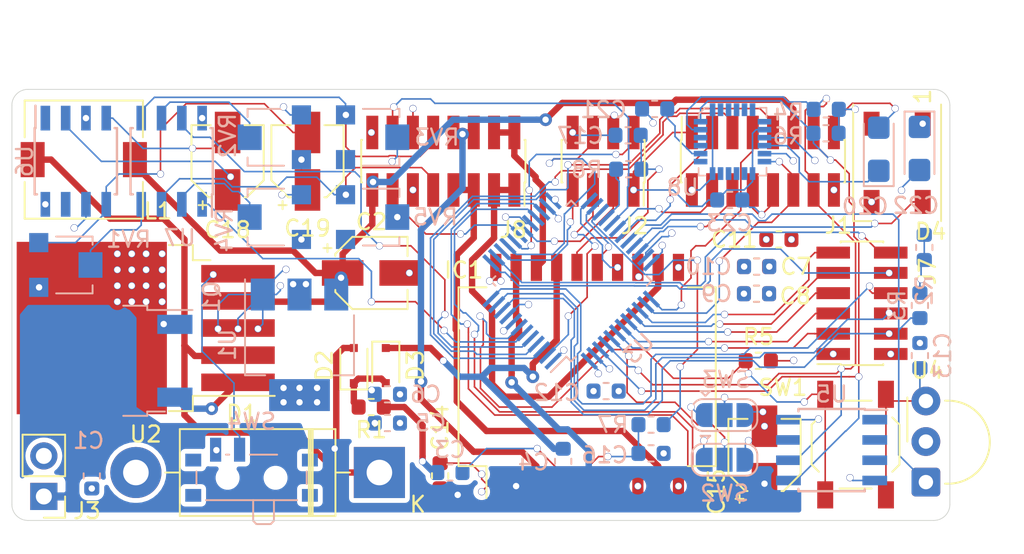
<source format=kicad_pcb>
(kicad_pcb (version 20171130) (host pcbnew 5.1.0)
  (layers (0 F.Cu signal) (1 In1.Cu mixed) (2 In2.Cu mixed) (31 B.Cu signal) (34 B.Paste user) (35 F.Paste user) (36 B.SilkS user) (37 F.SilkS user) (38 B.Mask user) (39 F.Mask user) (44 Edge.Cuts user))
  (net 0 "")
  (net 1 +12V)
  (net 2 GND)
  (net 3 +5V)
  (net 4 "Net-(C3-Pad1)")
  (net 5 "Net-(C3-Pad2)")
  (net 6 "Net-(C4-Pad2)")
  (net 7 +3V3)
  (net 8 "Net-(C16-Pad2)")
  (net 9 "Net-(C17-Pad1)")
  (net 10 "Net-(D1-Pad1)")
  (net 11 "Net-(D2-Pad1)")
  (net 12 /led)
  (net 13 "Net-(D4-Pad2)")
  (net 14 /mot1B)
  (net 15 /ph_1A)
  (net 16 /ph_1B)
  (net 17 /mot1A)
  (net 18 /mot2A)
  (net 19 /ph_2A)
  (net 20 /ph_2B)
  (net 21 /mot2B)
  (net 22 /Rx)
  (net 23 /Tx)
  (net 24 /bt_estado)
  (net 25 /SWIO)
  (net 26 /SWCLK)
  (net 27 /go_mini)
  (net 28 /intAcelerom)
  (net 29 /SDA)
  (net 30 /SCL)
  (net 31 /irp_AI)
  (net 32 /irp_AD)
  (net 33 /BTN_START)
  (net 34 /irp_FD)
  (net 35 /irp_FI)
  (net 36 /ird_enLD)
  (net 37 /ird_LD)
  (net 38 /ird_enLI)
  (net 39 /ird_LI)
  (net 40 /ird_enFD)
  (net 41 /ird_FD)
  (net 42 /ird_enFC)
  (net 43 /ird_FC)
  (net 44 /ird_enFI)
  (net 45 /ird_FI)
  (net 46 /motorSpeed2)
  (net 47 /motorSpeed1)
  (net 48 /irp_AC)
  (net 49 /buzer)
  (net 50 "Net-(Q1-Pad3)")
  (net 51 /ir_receiver)
  (net 52 /reset)
  (net 53 /PH_ENA)
  (net 54 /PH_ENB)
  (net 55 /BOOT0)
  (net 56 /BOOT1)
  (net 57 /onoff)
  (net 58 "Net-(U5-Pad1)")
  (net 59 "Net-(U5-Pad2)")
  (net 60 "Net-(U5-Pad3)")
  (net 61 "Net-(U5-Pad7)")
  (net 62 "Net-(C18-Pad1)")
  (net 63 "Net-(C18-Pad2)")
  (net 64 -3V3)
  (net 65 /v-)
  (net 66 "Net-(RV2-Pad2)")
  (net 67 "Net-(RV3-Pad1)")
  (net 68 "Net-(RV4-Pad2)")
  (net 69 "Net-(RV5-Pad1)")
  (net 70 /motorRPM1)
  (net 71 /motorRPM2)
  (net 72 "Net-(U6-Pad7)")
  (net 73 "Net-(U6-Pad1)")
  (net 74 "Net-(U8-Pad19)")
  (net 75 "Net-(U8-Pad21)")
  (net 76 "Net-(U8-Pad22)")
  (net 77 "Net-(U8-Pad7)")
  (net 78 "Net-(U8-Pad14)")
  (net 79 "Net-(U8-Pad15)")
  (net 80 "Net-(U8-Pad17)")
  (net 81 "Net-(U8-Pad16)")
  (net 82 "Net-(U8-Pad2)")
  (net 83 "Net-(U8-Pad6)")
  (net 84 "Net-(U8-Pad5)")
  (net 85 "Net-(U8-Pad4)")
  (net 86 "Net-(U8-Pad3)")
  (net 87 "Net-(C20-Pad1)")
  (net 88 "Net-(C21-Pad1)")
  (module Package_TO_SOT_SMD:TO-263-5_TabPin3 (layer F.Cu) (at 118.375 98.95 180)
    (fp_text reference U2 (at 0 -6.65 180) (layer F.SilkS))
    (fp_text value LM2596S-5)
    (pad 3 smd rect (at 3.375 0 180) (size 9.4 10.8) (layers F.Cu F.Mask) (net 2 GND))
    (pad 5 smd rect (at -5.775 3.4 180) (size 4.6 1.1) (layers F.Cu F.Paste F.Mask) (net 57 /onoff))
    (pad 4 smd rect (at -5.775 1.7 180) (size 4.6 1.1) (layers F.Cu F.Paste F.Mask) (net 3 +5V))
    (pad 3 smd rect (at -5.775 0 180) (size 4.6 1.1) (layers F.Cu F.Paste F.Mask) (net 2 GND))
    (pad 2 smd rect (at -5.775 -1.7 180) (size 4.6 1.1) (layers F.Cu F.Paste F.Mask) (net 10 "Net-(D1-Pad1)"))
    (pad 1 smd rect (at -5.775 -3.4 180) (size 4.6 1.1) (layers F.Cu F.Paste F.Mask) (net 50 "Net-(Q1-Pad3)"))
  )
  (module Resistor_SMD:R_0603_1608Metric (layer B.Cu) (at 166.825 100.675 90)
    (fp_text reference C13 (at 0 1.43 90) (layer B.SilkS) (effects (justify mirror)))
    (fp_text value 4.7uf)
    (pad 1 smd roundrect (at -0.7875 0 90) (size 0.875 0.95) (layers B.Cu B.Paste B.Mask) (net 7 +3V3))
    (pad 2 smd roundrect (at 0.7875 0 90) (size 0.875 0.95) (layers B.Cu B.Paste B.Mask) (net 2 GND))
  )
  (module Resistor_SMD:R_0603_1608Metric (layer B.Cu) (at 160.95 86.75)
    (fp_text reference R6 (at -2.35 0.175) (layer B.SilkS) (effects (justify mirror)))
    (fp_text value 4k7)
    (pad 2 smd roundrect (at 0.7875 0) (size 0.875 0.95) (layers B.Cu B.Paste B.Mask) (net 7 +3V3))
    (pad 1 smd roundrect (at -0.7875 0) (size 0.875 0.95) (layers B.Cu B.Paste B.Mask) (net 29 /SDA))
  )
  (module Resistor_SMD:R_0603_1608Metric (layer B.Cu) (at 160.9625 85.25)
    (fp_text reference R4 (at -2.3625 0.175) (layer B.SilkS) (effects (justify mirror)))
    (fp_text value 4k7)
    (pad 2 smd roundrect (at 0.7875 0) (size 0.875 0.95) (layers B.Cu B.Paste B.Mask) (net 7 +3V3))
    (pad 1 smd roundrect (at -0.7875 0) (size 0.875 0.95) (layers B.Cu B.Paste B.Mask) (net 30 /SCL))
  )
  (module Capacitor_SMD:C_0603_1608Metric (layer B.Cu) (at 154.925 90.925 180)
    (fp_text reference C23 (at 0.025 -1.45 180) (layer B.SilkS) (effects (justify mirror)))
    (fp_text value 10nf)
    (pad 2 smd roundrect (at 0.7875 0 180) (size 0.875 0.95) (layers B.Cu B.Paste B.Mask) (net 7 +3V3))
    (pad 1 smd roundrect (at -0.7875 0 180) (size 0.875 0.95) (layers B.Cu B.Paste B.Mask) (net 2 GND))
  )
  (module Capacitor_Tantalum_SMD:CP_EIA-3216-18_Kemet-A (layer B.Cu) (at 166.8 87.7 270)
    (fp_text reference C22 (at 3.575 0.225) (layer B.SilkS) (effects (justify mirror)))
    (fp_text value 0.1uf)
    (pad 2 smd roundrect (at 1.35 0 270) (size 1.4 1.35) (layers B.Cu B.Paste B.Mask) (roundrect_rratio 0.185185) (net 2 GND))
    (pad 1 smd roundrect (at -1.35 0 270) (size 1.4 1.35) (layers B.Cu B.Paste B.Mask) (roundrect_rratio 0.185185) (net 7 +3V3))
  )
  (module Capacitor_SMD:C_0603_1608Metric (layer B.Cu) (at 150.225 85.225 180)
    (fp_text reference C21 (at 3.2 -0.05 180) (layer B.SilkS) (effects (justify mirror)))
    (fp_text value 2.2nf)
    (pad 2 smd roundrect (at 0.7875 0 180) (size 0.875 0.95) (layers B.Cu B.Paste B.Mask) (net 2 GND))
    (pad 1 smd roundrect (at -0.7875 0 180) (size 0.875 0.95) (layers B.Cu B.Paste B.Mask) (net 88 "Net-(C21-Pad1)"))
  )
  (module Capacitor_Tantalum_SMD:CP_EIA-3216-18_Kemet-A (layer B.Cu) (at 164.25 87.75 90)
    (fp_text reference C20 (at -3.575 -0.85 180) (layer B.SilkS) (effects (justify mirror)))
    (fp_text value 0.1uf)
    (pad 2 smd roundrect (at 1.35 0 90) (size 1.4 1.35) (layers B.Cu B.Paste B.Mask) (roundrect_rratio 0.185185) (net 2 GND))
    (pad 1 smd roundrect (at -1.35 0 90) (size 1.4 1.35) (layers B.Cu B.Paste B.Mask) (roundrect_rratio 0.185185) (net 87 "Net-(C20-Pad1)"))
  )
  (module digikey-footprints:QFN-24-1EP_4x4mm (layer B.Cu) (at 155.1 87.275 270)
    (fp_text reference U8 (at 2.85 3.125) (layer B.SilkS) (effects (justify mirror)))
    (fp_text value MPU-6050_NRND)
    (pad 24 smd rect (at -1.25 2 270) (size 0.35 0.85) (layers B.Cu B.Paste B.Mask) (net 29 /SDA))
    (pad 23 smd rect (at -0.75 2 270) (size 0.35 0.85) (layers B.Cu B.Paste B.Mask) (net 30 /SCL))
    (pad 19 smd rect (at 1.25 2 270) (size 0.35 0.85) (layers B.Cu B.Paste B.Mask) (net 74 "Net-(U8-Pad19)"))
    (pad 20 smd rect (at 0.75 2 270) (size 0.35 0.85) (layers B.Cu B.Paste B.Mask) (net 88 "Net-(C21-Pad1)"))
    (pad 21 smd rect (at 0.25 2 270) (size 0.35 0.85) (layers B.Cu B.Paste B.Mask) (net 75 "Net-(U8-Pad21)"))
    (pad 22 smd rect (at -0.25 2 270) (size 0.35 0.85) (layers B.Cu B.Paste B.Mask) (net 76 "Net-(U8-Pad22)"))
    (pad 12 smd rect (at 1.25 -2 270) (size 0.35 0.85) (layers B.Cu B.Paste B.Mask) (net 28 /intAcelerom))
    (pad 11 smd rect (at 0.75 -2 270) (size 0.35 0.85) (layers B.Cu B.Paste B.Mask) (net 2 GND))
    (pad 10 smd rect (at 0.25 -2 270) (size 0.35 0.85) (layers B.Cu B.Paste B.Mask) (net 87 "Net-(C20-Pad1)"))
    (pad 7 smd rect (at -1.25 -2 270) (size 0.35 0.85) (layers B.Cu B.Paste B.Mask) (net 77 "Net-(U8-Pad7)"))
    (pad 8 smd rect (at -0.75 -2 270) (size 0.35 0.85) (layers B.Cu B.Paste B.Mask) (net 7 +3V3))
    (pad 9 smd rect (at -0.25 -2 270) (size 0.35 0.85) (layers B.Cu B.Paste B.Mask) (net 2 GND))
    (pad 13 smd rect (at 2 -1.25 270) (size 0.8 0.35) (layers B.Cu B.Paste B.Mask) (net 7 +3V3))
    (pad 14 smd rect (at 2 -0.75 270) (size 0.8 0.35) (layers B.Cu B.Paste B.Mask) (net 78 "Net-(U8-Pad14)"))
    (pad 15 smd rect (at 2 -0.25 270) (size 0.8 0.35) (layers B.Cu B.Paste B.Mask) (net 79 "Net-(U8-Pad15)"))
    (pad 18 smd rect (at 2 1.25 270) (size 0.8 0.35) (layers B.Cu B.Paste B.Mask) (net 2 GND))
    (pad 17 smd rect (at 2 0.75 270) (size 0.8 0.35) (layers B.Cu B.Paste B.Mask) (net 80 "Net-(U8-Pad17)"))
    (pad 16 smd rect (at 2 0.25 270) (size 0.8 0.35) (layers B.Cu B.Paste B.Mask) (net 81 "Net-(U8-Pad16)"))
    (pad 1 smd rect (at -2 1.25 270) (size 0.8 0.35) (layers B.Cu B.Paste B.Mask) (net 2 GND))
    (pad 2 smd rect (at -2 0.75 270) (size 0.8 0.35) (layers B.Cu B.Paste B.Mask) (net 82 "Net-(U8-Pad2)"))
    (pad 6 smd rect (at -2 -1.25 270) (size 0.8 0.35) (layers B.Cu B.Paste B.Mask) (net 83 "Net-(U8-Pad6)"))
    (pad 5 smd rect (at -2 -0.75 270) (size 0.8 0.35) (layers B.Cu B.Paste B.Mask) (net 84 "Net-(U8-Pad5)"))
    (pad 4 smd rect (at -2 -0.25 270) (size 0.8 0.35) (layers B.Cu B.Paste B.Mask) (net 85 "Net-(U8-Pad4)"))
    (pad 3 smd rect (at -2 0.25 270) (size 0.8 0.35) (layers B.Cu B.Paste B.Mask) (net 86 "Net-(U8-Pad3)"))
  )
  (module Inductor_SMD:L_7.3x7.3_H4.5 (layer F.Cu) (at 114.5 88.4)
    (fp_text reference L1 (at 4.65 3.225) (layer F.SilkS))
    (fp_text value 47uh)
    (pad 2 smd rect (at 3.2 0) (size 1.5 2.2) (layers F.Cu F.Paste F.Mask) (net 3 +5V))
    (pad 1 smd rect (at -3.2 0) (size 1.5 2.2) (layers F.Cu F.Paste F.Mask) (net 10 "Net-(D1-Pad1)"))
  )
  (module Package_SO:HSOP-20-1EP_11.0x15.9mm_P1.27mm_SlugUp (layer F.Cu) (at 146 102 90)
    (fp_text reference IC1 (at 6.675 -7.725 180) (layer F.SilkS))
    (fp_text value L6205PD)
    (pad 20 smd rect (at 6.85 -5.715 90) (size 1.7 0.7) (layers F.Cu F.Paste F.Mask) (net 2 GND))
    (pad 19 smd rect (at 6.85 -4.445 90) (size 1.7 0.7) (layers F.Cu F.Paste F.Mask) (net 1 +12V))
    (pad 18 smd rect (at 6.85 -3.175 90) (size 1.7 0.7) (layers F.Cu F.Paste F.Mask) (net 21 /mot2B))
    (pad 17 smd rect (at 6.85 -1.905 90) (size 1.7 0.7) (layers F.Cu F.Paste F.Mask) (net 6 "Net-(C4-Pad2)"))
    (pad 16 smd rect (at 6.85 -0.635 90) (size 1.7 0.7) (layers F.Cu F.Paste F.Mask) (net 9 "Net-(C17-Pad1)"))
    (pad 15 smd rect (at 6.85 0.635 90) (size 1.7 0.7) (layers F.Cu F.Paste F.Mask) (net 20 /ph_2B))
    (pad 14 smd rect (at 6.85 1.905 90) (size 1.7 0.7) (layers F.Cu F.Paste F.Mask) (net 19 /ph_2A))
    (pad 13 smd rect (at 6.85 3.175 90) (size 1.7 0.7) (layers F.Cu F.Paste F.Mask) (net 2 GND))
    (pad 12 smd rect (at 6.85 4.445 90) (size 1.7 0.7) (layers F.Cu F.Paste F.Mask) (net 18 /mot2A))
    (pad 11 smd rect (at 6.85 5.715 90) (size 1.7 0.7) (layers F.Cu F.Paste F.Mask) (net 2 GND))
    (pad 10 smd rect (at -6.85 5.715 90) (size 1.7 0.7) (layers F.Cu F.Paste F.Mask) (net 2 GND))
    (pad 9 smd rect (at -6.85 4.445 90) (size 1.7 0.7) (layers F.Cu F.Paste F.Mask) (net 17 /mot1A))
    (pad 8 smd rect (at -6.85 3.175 90) (size 1.7 0.7) (layers F.Cu F.Paste F.Mask) (net 2 GND))
    (pad 7 smd rect (at -6.85 1.905 90) (size 1.7 0.7) (layers F.Cu F.Paste F.Mask) (net 16 /ph_1B))
    (pad 6 smd rect (at -6.85 0.635 90) (size 1.7 0.7) (layers F.Cu F.Paste F.Mask) (net 15 /ph_1A))
    (pad 5 smd rect (at -6.85 -0.635 90) (size 1.7 0.7) (layers F.Cu F.Paste F.Mask) (net 8 "Net-(C16-Pad2)"))
    (pad 4 smd rect (at -6.85 -1.905 90) (size 1.7 0.7) (layers F.Cu F.Paste F.Mask) (net 4 "Net-(C3-Pad1)"))
    (pad 3 smd rect (at -6.85 -3.175 90) (size 1.7 0.7) (layers F.Cu F.Paste F.Mask) (net 14 /mot1B))
    (pad 2 smd rect (at -6.85 -4.445 90) (size 1.7 0.7) (layers F.Cu F.Paste F.Mask) (net 1 +12V))
    (pad 1 smd rect (at -6.85 -5.715 90) (size 1.7 0.7) (layers F.Cu F.Paste F.Mask) (net 2 GND))
  )
  (module Capacitor_SMD:C_0603_1608Metric (layer B.Cu) (at 115 108.2125 270)
    (fp_text reference C1 (at -2.2125 0.2 180) (layer B.SilkS) (effects (justify mirror)))
    (fp_text value 22uf)
    (pad 1 smd roundrect (at -0.7875 0 270) (size 0.875 0.95) (layers B.Cu B.Paste B.Mask) (net 1 +12V))
    (pad 2 smd roundrect (at 0.7875 0 270) (size 0.875 0.95) (layers B.Cu B.Paste B.Mask) (net 2 GND))
  )
  (module Capacitor_SMD:CP_Elec_4x5.8 (layer F.Cu) (at 132.5 95.5)
    (fp_text reference C2 (at 0 -3.2) (layer F.SilkS))
    (fp_text value 4.7uf)
    (pad 1 smd rect (at -1.8 0) (size 2.6 1.6) (layers F.Cu F.Paste F.Mask) (net 3 +5V))
    (pad 2 smd rect (at 1.8 0) (size 2.6 1.6) (layers F.Cu F.Paste F.Mask) (net 2 GND))
  )
  (module Capacitor_SMD:C_0603_1608Metric (layer B.Cu) (at 137.4125 108 180)
    (fp_text reference C3 (at 0 1.43 180) (layer B.SilkS) (effects (justify mirror)))
    (fp_text value 10nf)
    (pad 1 smd roundrect (at -0.7875 0 180) (size 0.875 0.95) (layers B.Cu B.Paste B.Mask) (net 4 "Net-(C3-Pad1)"))
    (pad 2 smd roundrect (at 0.7875 0 180) (size 0.875 0.95) (layers B.Cu B.Paste B.Mask) (net 5 "Net-(C3-Pad2)"))
  )
  (module Capacitor_SMD:C_0603_1608Metric (layer B.Cu) (at 144.5 107.3 90)
    (fp_text reference C4 (at -0.05 -1.85 180) (layer B.SilkS) (effects (justify mirror)))
    (fp_text value 220nf)
    (pad 1 smd roundrect (at -0.7875 0 90) (size 0.875 0.95) (layers B.Cu B.Paste B.Mask) (net 1 +12V))
    (pad 2 smd roundrect (at 0.7875 0 90) (size 0.875 0.95) (layers B.Cu B.Paste B.Mask) (net 6 "Net-(C4-Pad2)"))
  )
  (module Capacitor_SMD:C_0603_1608Metric (layer B.Cu) (at 133.5 104.9)
    (fp_text reference C5 (at 2.7 0) (layer B.SilkS) (effects (justify mirror)))
    (fp_text value 10nf)
    (pad 2 smd roundrect (at 0.7875 0) (size 0.875 0.95) (layers B.Cu B.Paste B.Mask) (net 2 GND))
    (pad 1 smd roundrect (at -0.7875 0) (size 0.875 0.95) (layers B.Cu B.Paste B.Mask) (net 7 +3V3))
  )
  (module Capacitor_SMD:C_0603_1608Metric (layer B.Cu) (at 133.5 103.1)
    (fp_text reference C6 (at 2.4 0) (layer B.SilkS) (effects (justify mirror)))
    (fp_text value 1uf)
    (pad 1 smd roundrect (at -0.7875 0) (size 0.875 0.95) (layers B.Cu B.Paste B.Mask) (net 7 +3V3))
    (pad 2 smd roundrect (at 0.7875 0) (size 0.875 0.95) (layers B.Cu B.Paste B.Mask) (net 2 GND))
  )
  (module Capacitor_SMD:C_0603_1608Metric (layer F.Cu) (at 156.6 95.1)
    (fp_text reference C7 (at 2.475 0) (layer F.SilkS))
    (fp_text value 100nf)
    (pad 2 smd roundrect (at 0.7875 0) (size 0.875 0.95) (layers F.Cu F.Paste F.Mask) (net 2 GND))
    (pad 1 smd roundrect (at -0.7875 0) (size 0.875 0.95) (layers F.Cu F.Paste F.Mask) (net 7 +3V3))
  )
  (module Capacitor_SMD:C_0603_1608Metric (layer F.Cu) (at 156.6 96.8)
    (fp_text reference C8 (at 2.425 0.15) (layer F.SilkS))
    (fp_text value 100nf)
    (pad 1 smd roundrect (at -0.7875 0) (size 0.875 0.95) (layers F.Cu F.Paste F.Mask) (net 7 +3V3))
    (pad 2 smd roundrect (at 0.7875 0) (size 0.875 0.95) (layers F.Cu F.Paste F.Mask) (net 2 GND))
  )
  (module Capacitor_SMD:C_0603_1608Metric (layer B.Cu) (at 156.6 96.8)
    (fp_text reference C9 (at -2.5 0) (layer B.SilkS) (effects (justify mirror)))
    (fp_text value 100nf)
    (pad 1 smd roundrect (at -0.7875 0) (size 0.875 0.95) (layers B.Cu B.Paste B.Mask) (net 7 +3V3))
    (pad 2 smd roundrect (at 0.7875 0) (size 0.875 0.95) (layers B.Cu B.Paste B.Mask) (net 2 GND))
  )
  (module Capacitor_SMD:C_0603_1608Metric (layer B.Cu) (at 156.6125 95.1)
    (fp_text reference C10 (at -3.0125 0) (layer B.SilkS) (effects (justify mirror)))
    (fp_text value 100nf)
    (pad 2 smd roundrect (at 0.7875 0) (size 0.875 0.95) (layers B.Cu B.Paste B.Mask) (net 2 GND))
    (pad 1 smd roundrect (at -0.7875 0) (size 0.875 0.95) (layers B.Cu B.Paste B.Mask) (net 7 +3V3))
  )
  (module Capacitor_SMD:C_0603_1608Metric (layer F.Cu) (at 158 93.4)
    (fp_text reference C11 (at -2.8 0) (layer F.SilkS))
    (fp_text value 100nf)
    (pad 1 smd roundrect (at -0.7875 0) (size 0.875 0.95) (layers F.Cu F.Paste F.Mask) (net 7 +3V3))
    (pad 2 smd roundrect (at 0.7875 0) (size 0.875 0.95) (layers F.Cu F.Paste F.Mask) (net 2 GND))
  )
  (module Resistor_SMD:R_0603_1608Metric (layer B.Cu) (at 147.1875 102.9)
    (fp_text reference C12 (at -3.0875 0.1) (layer B.SilkS) (effects (justify mirror)))
    (fp_text value 4.7uf)
    (pad 2 smd roundrect (at 0.7875 0) (size 0.875 0.95) (layers B.Cu B.Paste B.Mask) (net 2 GND))
    (pad 1 smd roundrect (at -0.7875 0) (size 0.875 0.95) (layers B.Cu B.Paste B.Mask) (net 7 +3V3))
  )
  (module Capacitor_SMD:C_0603_1608Metric (layer F.Cu) (at 136.8 108.2 90)
    (fp_text reference C14 (at 3 0 90) (layer F.SilkS))
    (fp_text value 100nf)
    (pad 2 smd roundrect (at 0.7875 0 90) (size 0.875 0.95) (layers F.Cu F.Paste F.Mask) (net 2 GND))
    (pad 1 smd roundrect (at -0.7875 0 90) (size 0.875 0.95) (layers F.Cu F.Paste F.Mask) (net 1 +12V))
  )
  (module Capacitor_SMD:CP_Elec_4x3 (layer F.Cu) (at 157.1 106.9 90)
    (fp_text reference C15 (at -2.3 -3 90) (layer F.SilkS))
    (fp_text value 100uf)
    (pad 1 smd rect (at -1.8 0 90) (size 2.6 1.6) (layers F.Cu F.Paste F.Mask) (net 1 +12V))
    (pad 2 smd rect (at 1.8 0 90) (size 2.6 1.6) (layers F.Cu F.Paste F.Mask) (net 2 GND))
  )
  (module Capacitor_SMD:C_0603_1608Metric (layer B.Cu) (at 150 106.8 180)
    (fp_text reference C16 (at 2.9 -0.1 180) (layer B.SilkS) (effects (justify mirror)))
    (fp_text value 5.6nf)
    (pad 2 smd roundrect (at 0.7875 0 180) (size 0.875 0.95) (layers B.Cu B.Paste B.Mask) (net 8 "Net-(C16-Pad2)"))
    (pad 1 smd roundrect (at -0.7875 0 180) (size 0.875 0.95) (layers B.Cu B.Paste B.Mask) (net 2 GND))
  )
  (module Capacitor_SMD:C_0603_1608Metric (layer B.Cu) (at 148.5625 86.875 180)
    (fp_text reference C17 (at 2.9875 -0.025 180) (layer B.SilkS) (effects (justify mirror)))
    (fp_text value 5.6nf)
    (pad 2 smd roundrect (at 0.7875 0 180) (size 0.875 0.95) (layers B.Cu B.Paste B.Mask) (net 2 GND))
    (pad 1 smd roundrect (at -0.7875 0 180) (size 0.875 0.95) (layers B.Cu B.Paste B.Mask) (net 9 "Net-(C17-Pad1)"))
  )
  (module Diode_THT:D_DO-201AD_P15.24mm_Horizontal (layer F.Cu) (at 133 108 180)
    (fp_text reference D1 (at 8.6 3.7 180) (layer F.SilkS))
    (fp_text value 1N5822)
    (fp_text user K (at -2.4 -2 180) (layer F.SilkS))
    (pad 1 thru_hole rect (at 0 0 180) (size 3.2 3.2) (drill 1.6) (layers *.Cu *.Mask) (net 10 "Net-(D1-Pad1)"))
    (pad 2 thru_hole oval (at 15.24 0 180) (size 3.2 3.2) (drill 1.6) (layers *.Cu *.Mask) (net 2 GND))
  )
  (module Diode_SMD:D_SOD-323F (layer F.Cu) (at 131.4 101.3 90)
    (fp_text reference D2 (at 0 -1.85 90) (layer F.SilkS))
    (fp_text value 1N4148)
    (pad 1 smd rect (at -1.1 0 90) (size 0.5 0.5) (layers F.Cu F.Paste F.Mask) (net 11 "Net-(D2-Pad1)"))
    (pad 2 smd rect (at 1.1 0 90) (size 0.5 0.5) (layers F.Cu F.Paste F.Mask) (net 1 +12V))
  )
  (module Diode_SMD:D_SOD-323F (layer F.Cu) (at 133.4 101.3 270)
    (fp_text reference D3 (at 0 -1.85 270) (layer F.SilkS))
    (fp_text value 1N4148)
    (pad 2 smd rect (at 1.1 0 270) (size 0.5 0.5) (layers F.Cu F.Paste F.Mask) (net 11 "Net-(D2-Pad1)"))
    (pad 1 smd rect (at -1.1 0 270) (size 0.5 0.5) (layers F.Cu F.Paste F.Mask) (net 6 "Net-(C4-Pad2)"))
  )
  (module LED_SMD:LED_WS2812B_PLCC4_5.0x5.0mm_P3.2mm (layer F.Cu) (at 165.4 88.6 270)
    (fp_text reference D4 (at 4.3 -2.1) (layer F.SilkS))
    (fp_text value WS2812B)
    (fp_text user 1 (at -4.15 -1.6 270) (layer F.SilkS))
    (pad 3 smd rect (at 2.45 1.6 270) (size 1.5 1) (layers F.Cu F.Paste F.Mask) (net 2 GND))
    (pad 4 smd rect (at 2.45 -1.6 270) (size 1.5 1) (layers F.Cu F.Paste F.Mask) (net 12 /led))
    (pad 2 smd rect (at -2.45 1.6 270) (size 1.5 1) (layers F.Cu F.Paste F.Mask) (net 13 "Net-(D4-Pad2)"))
    (pad 1 smd rect (at -2.45 -1.6 270) (size 1.5 1) (layers F.Cu F.Paste F.Mask) (net 7 +3V3))
  )
  (module Connector_PinSocket_1.27mm:PinSocket_2x04_P1.27mm_Vertical_SMD (layer F.Cu) (at 147 88.5 270)
    (fp_text reference J2 (at 4.05 -1.975) (layer F.SilkS))
    (fp_text value irp)
    (pad 1 smd rect (at 1.8 -1.905 270) (size 2.1 0.75) (layers F.Cu F.Paste F.Mask) (net 7 +3V3))
    (pad 2 smd rect (at -1.8 -1.905 270) (size 2.1 0.75) (layers F.Cu F.Paste F.Mask) (net 31 /irp_AI))
    (pad 3 smd rect (at 1.8 -0.635 270) (size 2.1 0.75) (layers F.Cu F.Paste F.Mask) (net 32 /irp_AD))
    (pad 4 smd rect (at -1.8 -0.635 270) (size 2.1 0.75) (layers F.Cu F.Paste F.Mask) (net 7 +3V3))
    (pad 5 smd rect (at 1.8 0.635 270) (size 2.1 0.75) (layers F.Cu F.Paste F.Mask) (net 33 /BTN_START))
    (pad 6 smd rect (at -1.8 0.635 270) (size 2.1 0.75) (layers F.Cu F.Paste F.Mask) (net 34 /irp_FD))
    (pad 7 smd rect (at 1.8 1.905 270) (size 2.1 0.75) (layers F.Cu F.Paste F.Mask) (net 35 /irp_FI))
    (pad 8 smd rect (at -1.8 1.905 270) (size 2.1 0.75) (layers F.Cu F.Paste F.Mask) (net 2 GND))
  )
  (module Connector_PinSocket_1.27mm:PinSocket_2x06_P1.27mm_Vertical_SMD (layer F.Cu) (at 163.2 97.4 180)
    (fp_text reference J7 (at -4.1 2 270) (layer F.SilkS))
    (fp_text value ird)
    (pad 1 smd rect (at 1.8 -3.175 180) (size 2.1 0.75) (layers F.Cu F.Paste F.Mask) (net 7 +3V3))
    (pad 2 smd rect (at -1.8 -3.175 180) (size 2.1 0.75) (layers F.Cu F.Paste F.Mask) (net 2 GND))
    (pad 3 smd rect (at 1.8 -1.905 180) (size 2.1 0.75) (layers F.Cu F.Paste F.Mask) (net 36 /ird_enLD))
    (pad 4 smd rect (at -1.8 -1.905 180) (size 2.1 0.75) (layers F.Cu F.Paste F.Mask) (net 37 /ird_LD))
    (pad 5 smd rect (at 1.8 -0.635 180) (size 2.1 0.75) (layers F.Cu F.Paste F.Mask) (net 38 /ird_enLI))
    (pad 6 smd rect (at -1.8 -0.635 180) (size 2.1 0.75) (layers F.Cu F.Paste F.Mask) (net 39 /ird_LI))
    (pad 7 smd rect (at 1.8 0.635 180) (size 2.1 0.75) (layers F.Cu F.Paste F.Mask) (net 40 /ird_enFD))
    (pad 8 smd rect (at -1.8 0.635 180) (size 2.1 0.75) (layers F.Cu F.Paste F.Mask) (net 41 /ird_FD))
    (pad 9 smd rect (at 1.8 1.905 180) (size 2.1 0.75) (layers F.Cu F.Paste F.Mask) (net 42 /ird_enFC))
    (pad 10 smd rect (at -1.8 1.905 180) (size 2.1 0.75) (layers F.Cu F.Paste F.Mask) (net 43 /ird_FC))
    (pad 11 smd rect (at 1.8 3.175 180) (size 2.1 0.75) (layers F.Cu F.Paste F.Mask) (net 44 /ird_enFI))
    (pad 12 smd rect (at -1.8 3.175 180) (size 2.1 0.75) (layers F.Cu F.Paste F.Mask) (net 45 /ird_FI))
  )
  (module Connector_PinSocket_1.27mm:PinSocket_2x08_P1.27mm_Vertical_SMD (layer F.Cu) (at 137 88.5 270)
    (fp_text reference J8 (at 4.3 -4.375) (layer F.SilkS))
    (fp_text value atras)
    (pad 1 smd rect (at 1.8 -4.445 270) (size 2.1 0.75) (layers F.Cu F.Paste F.Mask) (net 18 /mot2A))
    (pad 2 smd rect (at -1.8 -4.445 270) (size 2.1 0.75) (layers F.Cu F.Paste F.Mask) (net 21 /mot2B))
    (pad 3 smd rect (at 1.8 -3.175 270) (size 2.1 0.75) (layers F.Cu F.Paste F.Mask) (net 18 /mot2A))
    (pad 4 smd rect (at -1.8 -3.175 270) (size 2.1 0.75) (layers F.Cu F.Paste F.Mask) (net 21 /mot2B))
    (pad 5 smd rect (at 1.8 -1.905 270) (size 2.1 0.75) (layers F.Cu F.Paste F.Mask) (net 17 /mot1A))
    (pad 6 smd rect (at -1.8 -1.905 270) (size 2.1 0.75) (layers F.Cu F.Paste F.Mask) (net 14 /mot1B))
    (pad 7 smd rect (at 1.8 -0.635 270) (size 2.1 0.75) (layers F.Cu F.Paste F.Mask) (net 17 /mot1A))
    (pad 8 smd rect (at -1.8 -0.635 270) (size 2.1 0.75) (layers F.Cu F.Paste F.Mask) (net 14 /mot1B))
    (pad 9 smd rect (at 1.8 0.635 270) (size 2.1 0.75) (layers F.Cu F.Paste F.Mask) (net 46 /motorSpeed2))
    (pad 10 smd rect (at -1.8 0.635 270) (size 2.1 0.75) (layers F.Cu F.Paste F.Mask) (net 47 /motorSpeed1))
    (pad 11 smd rect (at 1.8 1.905 270) (size 2.1 0.75) (layers F.Cu F.Paste F.Mask) (net 7 +3V3))
    (pad 12 smd rect (at -1.8 1.905 270) (size 2.1 0.75) (layers F.Cu F.Paste F.Mask) (net 2 GND))
    (pad 13 smd rect (at 1.8 3.175 270) (size 2.1 0.75) (layers F.Cu F.Paste F.Mask) (net 48 /irp_AC))
    (pad 14 smd rect (at -1.8 3.175 270) (size 2.1 0.75) (layers F.Cu F.Paste F.Mask) (net 49 /buzer))
    (pad 15 smd rect (at 1.8 4.445 270) (size 2.1 0.75) (layers F.Cu F.Paste F.Mask) (net 3 +5V))
    (pad 16 smd rect (at -1.8 4.445 270) (size 2.1 0.75) (layers F.Cu F.Paste F.Mask) (net 2 GND))
  )
  (module Package_TO_SOT_SMD:TO-252-2 (layer B.Cu) (at 116 101 180)
    (fp_text reference Q1 (at -6.5 4 270) (layer B.SilkS) (effects (justify mirror)))
    (fp_text value proteccio)
    (pad 1 smd rect (at -4.2 2.28 180) (size 2.2 1.2) (layers B.Cu B.Paste B.Mask) (net 2 GND))
    (pad 3 smd rect (at -4.2 -2.28 180) (size 2.2 1.2) (layers B.Cu B.Paste B.Mask) (net 50 "Net-(Q1-Pad3)"))
    (pad 2 smd rect (at 2.1 0 180) (size 6.4 5.8) (layers B.Cu B.Mask) (net 1 +12V))
  )
  (module Resistor_SMD:R_0603_1608Metric (layer F.Cu) (at 132.4875 103.9 180)
    (fp_text reference R1 (at 0 -1.43 180) (layer F.SilkS))
    (fp_text value 100)
    (pad 1 smd roundrect (at -0.7875 0 180) (size 0.875 0.95) (layers F.Cu F.Paste F.Mask) (net 5 "Net-(C3-Pad2)"))
    (pad 2 smd roundrect (at 0.7875 0 180) (size 0.875 0.95) (layers F.Cu F.Paste F.Mask) (net 11 "Net-(D2-Pad1)"))
  )
  (module Resistor_SMD:R_0603_1608Metric (layer B.Cu) (at 167.1 93.9 90)
    (fp_text reference R2 (at -2.7 0 90) (layer B.SilkS) (effects (justify mirror)))
    (fp_text value 100)
    (pad 2 smd roundrect (at 0.7875 0 90) (size 0.875 0.95) (layers B.Cu B.Paste B.Mask) (net 7 +3V3))
    (pad 1 smd roundrect (at -0.7875 0 90) (size 0.875 0.95) (layers B.Cu B.Paste B.Mask) (net 7 +3V3))
  )
  (module Resistor_SMD:R_0603_1608Metric (layer B.Cu) (at 166.825 97.5375 270)
    (fp_text reference R3 (at 0 1.43 270) (layer B.SilkS) (effects (justify mirror)))
    (fp_text value >20k)
    (pad 2 smd roundrect (at 0.7875 0 270) (size 0.875 0.95) (layers B.Cu B.Paste B.Mask) (net 51 /ir_receiver))
    (pad 1 smd roundrect (at -0.7875 0 270) (size 0.875 0.95) (layers B.Cu B.Paste B.Mask) (net 7 +3V3))
  )
  (module Resistor_SMD:R_0603_1608Metric (layer F.Cu) (at 156.7125 101)
    (fp_text reference R5 (at 0.0125 -1.5) (layer F.SilkS))
    (fp_text value >10k)
    (pad 1 smd roundrect (at -0.7875 0) (size 0.875 0.95) (layers F.Cu F.Paste F.Mask) (net 52 /reset))
    (pad 2 smd roundrect (at 0.7875 0) (size 0.875 0.95) (layers F.Cu F.Paste F.Mask) (net 2 GND))
  )
  (module Resistor_SMD:R_0603_1608Metric (layer B.Cu) (at 150 105)
    (fp_text reference R7 (at -2.4 0) (layer B.SilkS) (effects (justify mirror)))
    (fp_text value 100k)
    (pad 2 smd roundrect (at 0.7875 0) (size 0.875 0.95) (layers B.Cu B.Paste B.Mask) (net 53 /PH_ENA))
    (pad 1 smd roundrect (at -0.7875 0) (size 0.875 0.95) (layers B.Cu B.Paste B.Mask) (net 8 "Net-(C16-Pad2)"))
  )
  (module Resistor_SMD:R_0603_1608Metric (layer B.Cu) (at 148.6 89 180)
    (fp_text reference R8 (at 2.625 -0.025 180) (layer B.SilkS) (effects (justify mirror)))
    (fp_text value 100k)
    (pad 1 smd roundrect (at -0.7875 0 180) (size 0.875 0.95) (layers B.Cu B.Paste B.Mask) (net 9 "Net-(C17-Pad1)"))
    (pad 2 smd roundrect (at 0.7875 0 180) (size 0.875 0.95) (layers B.Cu B.Paste B.Mask) (net 54 /PH_ENB))
  )
  (module Button_Switch_SMD:SW_SPST_TL3342 (layer F.Cu) (at 162.8 106.25 270)
    (fp_text reference SW1 (at -3.575 4.55) (layer F.SilkS))
    (fp_text value rst)
    (pad 1 smd rect (at -3.15 -1.9 270) (size 1.7 1) (layers F.Cu F.Paste F.Mask) (net 7 +3V3))
    (pad 1 smd rect (at 3.15 -1.9 270) (size 1.7 1) (layers F.Cu F.Paste F.Mask) (net 7 +3V3))
    (pad 2 smd rect (at -3.15 1.9 270) (size 1.7 1) (layers F.Cu F.Paste F.Mask) (net 52 /reset))
    (pad 2 smd rect (at 3.15 1.9 270) (size 1.7 1) (layers F.Cu F.Paste F.Mask) (net 52 /reset))
  )
  (module Button_Switch_SMD:SW_SPDT_PCM12 (layer B.Cu) (at 125 108 180)
    (fp_text reference SW4 (at 0 3.2 180) (layer B.SilkS) (effects (justify mirror)))
    (fp_text value on/off)
    (pad "" np_thru_hole circle (at -1.5 -0.33 180) (size 0.9 0.9) (drill 0.9) (layers *.Cu *.Mask))
    (pad "" np_thru_hole circle (at 1.5 -0.33 180) (size 0.9 0.9) (drill 0.9) (layers *.Cu *.Mask))
    (pad 1 smd rect (at -2.25 1.43 180) (size 0.7 1.5) (layers B.Cu B.Paste B.Mask) (net 1 +12V))
    (pad 2 smd rect (at 0.75 1.43 180) (size 0.7 1.5) (layers B.Cu B.Paste B.Mask) (net 57 /onoff))
    (pad 3 smd rect (at 2.25 1.43 180) (size 0.7 1.5) (layers B.Cu B.Paste B.Mask) (net 2 GND))
    (pad "" smd rect (at -3.65 -1.43 180) (size 1 0.8) (layers B.Cu B.Paste B.Mask))
    (pad "" smd rect (at 3.65 -1.43 180) (size 1 0.8) (layers B.Cu B.Paste B.Mask))
    (pad "" smd rect (at 3.65 0.78 180) (size 1 0.8) (layers B.Cu B.Paste B.Mask))
    (pad "" smd rect (at -3.65 0.78 180) (size 1 0.8) (layers B.Cu B.Paste B.Mask))
  )
  (module Package_TO_SOT_SMD:SOT-223-3_TabPin2 (layer B.Cu) (at 128 100 270)
    (fp_text reference U1 (at 0 4.5 270) (layer B.SilkS) (effects (justify mirror)))
    (fp_text value LM1117-3.3)
    (pad 2 smd rect (at 3.15 0 270) (size 2 3.8) (layers B.Cu B.Paste B.Mask) (net 7 +3V3))
    (pad 2 smd rect (at -3.15 0 270) (size 2 1.5) (layers B.Cu B.Paste B.Mask) (net 7 +3V3))
    (pad 3 smd rect (at -3.15 -2.3 270) (size 2 1.5) (layers B.Cu B.Paste B.Mask) (net 3 +5V))
    (pad 1 smd rect (at -3.15 2.3 270) (size 2 1.5) (layers B.Cu B.Paste B.Mask) (net 2 GND))
  )
  (module Package_QFP:LQFP-48_7x7mm_P0.5mm (layer B.Cu) (at 145 96 45)
    (fp_text reference U3 (at 0 6 45) (layer B.SilkS) (effects (justify mirror)))
    (fp_text value STM32F103C8Tx)
    (pad 1 smd rect (at -4.35 2.75 45) (size 1.3 0.25) (layers B.Cu B.Paste B.Mask) (net 7 +3V3))
    (pad 2 smd rect (at -4.35 2.25 45) (size 1.3 0.25) (layers B.Cu B.Paste B.Mask) (net 33 /BTN_START))
    (pad 3 smd rect (at -4.35 1.749999 45) (size 1.3 0.25) (layers B.Cu B.Paste B.Mask) (net 24 /bt_estado))
    (pad 4 smd rect (at -4.35 1.25 45) (size 1.3 0.25) (layers B.Cu B.Paste B.Mask) (net 27 /go_mini))
    (pad 5 smd rect (at -4.35 0.750001 45) (size 1.3 0.25) (layers B.Cu B.Paste B.Mask) (net 70 /motorRPM1))
    (pad 6 smd rect (at -4.35 0.25 45) (size 1.3 0.25) (layers B.Cu B.Paste B.Mask) (net 71 /motorRPM2))
    (pad 7 smd rect (at -4.35 -0.25 45) (size 1.3 0.25) (layers B.Cu B.Paste B.Mask) (net 52 /reset))
    (pad 8 smd rect (at -4.35 -0.750001 45) (size 1.3 0.25) (layers B.Cu B.Paste B.Mask) (net 2 GND))
    (pad 9 smd rect (at -4.35 -1.25 45) (size 1.3 0.25) (layers B.Cu B.Paste B.Mask) (net 7 +3V3))
    (pad 10 smd rect (at -4.35 -1.749999 45) (size 1.3 0.25) (layers B.Cu B.Paste B.Mask) (net 37 /ird_LD))
    (pad 11 smd rect (at -4.35 -2.25 45) (size 1.3 0.25) (layers B.Cu B.Paste B.Mask) (net 39 /ird_LI))
    (pad 12 smd rect (at -4.35 -2.75 45) (size 1.3 0.25) (layers B.Cu B.Paste B.Mask) (net 41 /ird_FD))
    (pad 13 smd rect (at -2.75 -4.35 315) (size 1.3 0.25) (layers B.Cu B.Paste B.Mask) (net 43 /ird_FC))
    (pad 14 smd rect (at -2.25 -4.35 315) (size 1.3 0.25) (layers B.Cu B.Paste B.Mask) (net 45 /ird_FI))
    (pad 15 smd rect (at -1.749999 -4.35 315) (size 1.3 0.25) (layers B.Cu B.Paste B.Mask) (net 35 /irp_FI))
    (pad 16 smd rect (at -1.25 -4.35 315) (size 1.3 0.25) (layers B.Cu B.Paste B.Mask) (net 34 /irp_FD))
    (pad 17 smd rect (at -0.750001 -4.35 315) (size 1.3 0.25) (layers B.Cu B.Paste B.Mask) (net 31 /irp_AI))
    (pad 18 smd rect (at -0.25 -4.35 315) (size 1.3 0.25) (layers B.Cu B.Paste B.Mask) (net 48 /irp_AC))
    (pad 19 smd rect (at 0.25 -4.35 315) (size 1.3 0.25) (layers B.Cu B.Paste B.Mask) (net 32 /irp_AD))
    (pad 20 smd rect (at 0.750001 -4.35 315) (size 1.3 0.25) (layers B.Cu B.Paste B.Mask) (net 56 /BOOT1))
    (pad 21 smd rect (at 1.25 -4.35 315) (size 1.3 0.25) (layers B.Cu B.Paste B.Mask) (net 15 /ph_1A))
    (pad 22 smd rect (at 1.749999 -4.35 315) (size 1.3 0.25) (layers B.Cu B.Paste B.Mask) (net 16 /ph_1B))
    (pad 23 smd rect (at 2.25 -4.35 315) (size 1.3 0.25) (layers B.Cu B.Paste B.Mask) (net 2 GND))
    (pad 24 smd rect (at 2.75 -4.35 315) (size 1.3 0.25) (layers B.Cu B.Paste B.Mask) (net 7 +3V3))
    (pad 25 smd rect (at 4.35 -2.75 45) (size 1.3 0.25) (layers B.Cu B.Paste B.Mask) (net 19 /ph_2A))
    (pad 26 smd rect (at 4.35 -2.25 45) (size 1.3 0.25) (layers B.Cu B.Paste B.Mask) (net 20 /ph_2B))
    (pad 27 smd rect (at 4.35 -1.749999 45) (size 1.3 0.25) (layers B.Cu B.Paste B.Mask) (net 53 /PH_ENA))
    (pad 28 smd rect (at 4.35 -1.25 45) (size 1.3 0.25) (layers B.Cu B.Paste B.Mask) (net 54 /PH_ENB))
    (pad 29 smd rect (at 4.35 -0.750001 45) (size 1.3 0.25) (layers B.Cu B.Paste B.Mask) (net 49 /buzer))
    (pad 30 smd rect (at 4.35 -0.25 45) (size 1.3 0.25) (layers B.Cu B.Paste B.Mask) (net 23 /Tx))
    (pad 31 smd rect (at 4.35 0.25 45) (size 1.3 0.25) (layers B.Cu B.Paste B.Mask) (net 22 /Rx))
    (pad 32 smd rect (at 4.35 0.750001 45) (size 1.3 0.25) (layers B.Cu B.Paste B.Mask) (net 51 /ir_receiver))
    (pad 33 smd rect (at 4.35 1.25 45) (size 1.3 0.25) (layers B.Cu B.Paste B.Mask) (net 12 /led))
    (pad 34 smd rect (at 4.35 1.749999 45) (size 1.3 0.25) (layers B.Cu B.Paste B.Mask) (net 25 /SWIO))
    (pad 35 smd rect (at 4.35 2.25 45) (size 1.3 0.25) (layers B.Cu B.Paste B.Mask) (net 2 GND))
    (pad 36 smd rect (at 4.35 2.75 45) (size 1.3 0.25) (layers B.Cu B.Paste B.Mask) (net 7 +3V3))
    (pad 37 smd rect (at 2.75 4.35 315) (size 1.3 0.25) (layers B.Cu B.Paste B.Mask) (net 26 /SWCLK))
    (pad 38 smd rect (at 2.25 4.35 315) (size 1.3 0.25) (layers B.Cu B.Paste B.Mask) (net 28 /intAcelerom))
    (pad 39 smd rect (at 1.749999 4.35 315) (size 1.3 0.25) (layers B.Cu B.Paste B.Mask) (net 44 /ird_enFI))
    (pad 40 smd rect (at 1.25 4.35 315) (size 1.3 0.25) (layers B.Cu B.Paste B.Mask) (net 42 /ird_enFC))
    (pad 41 smd rect (at 0.750001 4.35 315) (size 1.3 0.25) (layers B.Cu B.Paste B.Mask) (net 40 /ird_enFD))
    (pad 42 smd rect (at 0.25 4.35 315) (size 1.3 0.25) (layers B.Cu B.Paste B.Mask) (net 38 /ird_enLI))
    (pad 43 smd rect (at -0.25 4.35 315) (size 1.3 0.25) (layers B.Cu B.Paste B.Mask) (net 36 /ird_enLD))
    (pad 44 smd rect (at -0.750001 4.35 315) (size 1.3 0.25) (layers B.Cu B.Paste B.Mask) (net 55 /BOOT0))
    (pad 45 smd rect (at -1.25 4.35 315) (size 1.3 0.25) (layers B.Cu B.Paste B.Mask) (net 30 /SCL))
    (pad 46 smd rect (at -1.749999 4.35 315) (size 1.3 0.25) (layers B.Cu B.Paste B.Mask) (net 29 /SDA))
    (pad 47 smd rect (at -2.25 4.35 315) (size 1.3 0.25) (layers B.Cu B.Paste B.Mask) (net 2 GND))
    (pad 48 smd rect (at -2.75 4.35 315) (size 1.3 0.25) (layers B.Cu B.Paste B.Mask) (net 7 +3V3))
  )
  (module OptoDevice:Vishay_MINIMOLD-3Pin (layer F.Cu) (at 167.2 108.6 90)
    (fp_text reference U4 (at 7 0.1) (layer F.SilkS))
    (fp_text value TSOP331xx)
    (pad 1 thru_hole roundrect (at 0 0 90) (size 1.8 1.8) (drill 0.9) (layers *.Cu *.Mask) (roundrect_rratio 0.139) (net 51 /ir_receiver))
    (pad 2 thru_hole circle (at 2.54 0 90) (size 1.8 1.8) (drill 0.9) (layers *.Cu *.Mask) (net 2 GND))
    (pad 3 thru_hole circle (at 5.08 0 90) (size 1.8 1.8) (drill 0.9) (layers *.Cu *.Mask) (net 7 +3V3))
  )
  (module Package_SO:SOIC-8_3.9x4.9mm_P1.27mm (layer B.Cu) (at 161.3 106.595 180)
    (fp_text reference U5 (at 0 3.5 180) (layer B.SilkS) (effects (justify mirror)))
    (fp_text value 24LC64)
    (pad 1 smd rect (at -2.7 1.905 180) (size 1.55 0.6) (layers B.Cu B.Paste B.Mask) (net 58 "Net-(U5-Pad1)"))
    (pad 2 smd rect (at -2.7 0.635 180) (size 1.55 0.6) (layers B.Cu B.Paste B.Mask) (net 59 "Net-(U5-Pad2)"))
    (pad 3 smd rect (at -2.7 -0.635 180) (size 1.55 0.6) (layers B.Cu B.Paste B.Mask) (net 60 "Net-(U5-Pad3)"))
    (pad 4 smd rect (at -2.7 -1.905 180) (size 1.55 0.6) (layers B.Cu B.Paste B.Mask) (net 2 GND))
    (pad 5 smd rect (at 2.7 -1.905 180) (size 1.55 0.6) (layers B.Cu B.Paste B.Mask) (net 29 /SDA))
    (pad 6 smd rect (at 2.7 -0.635 180) (size 1.55 0.6) (layers B.Cu B.Paste B.Mask) (net 30 /SCL))
    (pad 7 smd rect (at 2.7 0.635 180) (size 1.55 0.6) (layers B.Cu B.Paste B.Mask) (net 61 "Net-(U5-Pad7)"))
    (pad 8 smd rect (at 2.7 1.905 180) (size 1.55 0.6) (layers B.Cu B.Paste B.Mask) (net 7 +3V3))
  )
  (module Connector_PinSocket_1.27mm:PinSocket_2x08_P1.27mm_Vertical_SMD (layer F.Cu) (at 157 88.5 90)
    (fp_text reference J1 (at -4.025 4.725 180) (layer F.SilkS))
    (fp_text value bt&IMU)
    (pad 1 smd rect (at 1.8 -4.445 90) (size 2.1 0.75) (layers F.Cu F.Paste F.Mask) (net 7 +3V3))
    (pad 2 smd rect (at -1.8 -4.445 90) (size 2.1 0.75) (layers F.Cu F.Paste F.Mask) (net 2 GND))
    (pad 3 smd rect (at 1.8 -3.175 90) (size 2.1 0.75) (layers F.Cu F.Paste F.Mask) (net 22 /Rx))
    (pad 4 smd rect (at -1.8 -3.175 90) (size 2.1 0.75) (layers F.Cu F.Paste F.Mask) (net 23 /Tx))
    (pad 5 smd rect (at 1.8 -1.905 90) (size 2.1 0.75) (layers F.Cu F.Paste F.Mask) (net 24 /bt_estado))
    (pad 6 smd rect (at -1.8 -1.905 90) (size 2.1 0.75) (layers F.Cu F.Paste F.Mask) (net 25 /SWIO))
    (pad 7 smd rect (at 1.8 -0.635 90) (size 2.1 0.75) (layers F.Cu F.Paste F.Mask) (net 26 /SWCLK))
    (pad 8 smd rect (at -1.8 -0.635 90) (size 2.1 0.75) (layers F.Cu F.Paste F.Mask) (net 2 GND))
    (pad 9 smd rect (at 1.8 0.635 90) (size 2.1 0.75) (layers F.Cu F.Paste F.Mask) (net 27 /go_mini))
    (pad 10 smd rect (at -1.8 0.635 90) (size 2.1 0.75) (layers F.Cu F.Paste F.Mask) (net 2 GND))
    (pad 11 smd rect (at 1.8 1.905 90) (size 2.1 0.75) (layers F.Cu F.Paste F.Mask) (net 3 +5V))
    (pad 12 smd rect (at -1.8 1.905 90) (size 2.1 0.75) (layers F.Cu F.Paste F.Mask) (net 28 /intAcelerom))
    (pad 13 smd rect (at 1.8 3.175 90) (size 2.1 0.75) (layers F.Cu F.Paste F.Mask) (net 29 /SDA))
    (pad 14 smd rect (at -1.8 3.175 90) (size 2.1 0.75) (layers F.Cu F.Paste F.Mask) (net 30 /SCL))
    (pad 15 smd rect (at 1.8 4.445 90) (size 2.1 0.75) (layers F.Cu F.Paste F.Mask) (net 2 GND))
    (pad 16 smd rect (at -1.8 4.445 90) (size 2.1 0.75) (layers F.Cu F.Paste F.Mask) (net 7 +3V3))
  )
  (module Connector_PinHeader_2.54mm:PinHeader_1x02_P2.54mm_Vertical (layer F.Cu) (at 112 109.5 180)
    (fp_text reference J3 (at -2.7 -0.9 180) (layer F.SilkS))
    (fp_text value bateria)
    (pad 1 thru_hole rect (at 0 0 180) (size 1.7 1.7) (drill 1) (layers *.Cu *.Mask) (net 1 +12V))
    (pad 2 thru_hole oval (at 0 2.54 180) (size 1.7 1.7) (drill 1) (layers *.Cu *.Mask) (net 2 GND))
  )
  (module Jumper:SolderJumper-3_P1.3mm_Open_RoundedPad1.0x1.5mm (layer B.Cu) (at 154.6 107.2)
    (fp_text reference SW2 (at 0 2.1) (layer B.SilkS) (effects (justify mirror)))
    (fp_text value "boot sel")
    (pad 1 smd custom (at -1.3 0) (size 1 0.5) (layers B.Cu B.Mask) (net 7 +3V3) (options (clearance outline) (anchor rect)) (primitives (gr_circle (center 0 -0.25) (end 0.5 -0.25) (width 0)) (gr_circle (center 0 0.25) (end 0.5 0.25) (width 0)) (gr_poly (pts (xy 0.55 0.75) (xy 0 0.75) (xy 0 -0.75) (xy 0.55 -0.75)) (width 0))))
    (pad 3 smd custom (at 1.3 0) (size 1 0.5) (layers B.Cu B.Mask) (net 2 GND) (options (clearance outline) (anchor rect)) (primitives (gr_circle (center 0 -0.25) (end 0.5 -0.25) (width 0)) (gr_circle (center 0 0.25) (end 0.5 0.25) (width 0)) (gr_poly (pts (xy -0.55 0.75) (xy 0 0.75) (xy 0 -0.75) (xy -0.55 -0.75)) (width 0))))
    (pad 2 smd rect (at 0 0) (size 1 1.5) (layers B.Cu B.Mask) (net 55 /BOOT0))
  )
  (module Jumper:SolderJumper-3_P1.3mm_Open_RoundedPad1.0x1.5mm (layer B.Cu) (at 154.6 104.4)
    (fp_text reference SW3 (at 0.1 -2.225) (layer B.SilkS) (effects (justify mirror)))
    (fp_text value "boot sel")
    (pad 2 smd rect (at 0 0) (size 1 1.5) (layers B.Cu B.Mask) (net 56 /BOOT1))
    (pad 3 smd custom (at 1.3 0) (size 1 0.5) (layers B.Cu B.Mask) (net 2 GND) (options (clearance outline) (anchor rect)) (primitives (gr_circle (center 0 -0.25) (end 0.5 -0.25) (width 0)) (gr_circle (center 0 0.25) (end 0.5 0.25) (width 0)) (gr_poly (pts (xy -0.55 0.75) (xy 0 0.75) (xy 0 -0.75) (xy -0.55 -0.75)) (width 0))))
    (pad 1 smd custom (at -1.3 0) (size 1 0.5) (layers B.Cu B.Mask) (net 7 +3V3) (options (clearance outline) (anchor rect)) (primitives (gr_circle (center 0 -0.25) (end 0.5 -0.25) (width 0)) (gr_circle (center 0 0.25) (end 0.5 0.25) (width 0)) (gr_poly (pts (xy 0.55 0.75) (xy 0 0.75) (xy 0 -0.75) (xy 0.55 -0.75)) (width 0))))
  )
  (module Capacitor_SMD:CP_Elec_4x5.8 (layer F.Cu) (at 123.5 88.5 90)
    (fp_text reference C18 (at -4.3 0 180) (layer F.SilkS))
    (fp_text value 10uf)
    (pad 1 smd rect (at -1.8 0 90) (size 2.6 1.6) (layers F.Cu F.Paste F.Mask) (net 62 "Net-(C18-Pad1)"))
    (pad 2 smd rect (at 1.8 0 90) (size 2.6 1.6) (layers F.Cu F.Paste F.Mask) (net 63 "Net-(C18-Pad2)"))
  )
  (module Potentiometers:Potentiometer_Trimmer-EVM3E (layer B.Cu) (at 113.3 95 90)
    (fp_text reference RV1 (at 1.6 4 180) (layer B.SilkS) (effects (justify mirror)))
    (fp_text value R_POT)
    (pad 1 smd rect (at -1.4 -1.62 90) (size 1.2 1.2) (layers B.Cu B.Paste B.Mask) (net 2 GND))
    (pad 3 smd rect (at 1.4 -1.62 90) (size 1.2 1.2) (layers B.Cu B.Paste B.Mask) (net 64 -3V3))
    (pad 2 smd rect (at 0 1.62 90) (size 1.6 1.5) (layers B.Cu B.Paste B.Mask) (net 65 /v-))
  )
  (module Potentiometers:Potentiometer_Trimmer-EVM3E (layer B.Cu) (at 126.5 87 270)
    (fp_text reference RV2 (at -0.1 3 90) (layer B.SilkS) (effects (justify mirror)))
    (fp_text value R_POT)
    (pad 1 smd rect (at -1.4 -1.62 270) (size 1.2 1.2) (layers B.Cu B.Paste B.Mask) (net 7 +3V3))
    (pad 3 smd rect (at 1.4 -1.62 270) (size 1.2 1.2) (layers B.Cu B.Paste B.Mask) (net 2 GND))
    (pad 2 smd rect (at 0 1.62 270) (size 1.6 1.5) (layers B.Cu B.Paste B.Mask) (net 66 "Net-(RV2-Pad2)"))
  )
  (module Potentiometers:Potentiometer_Trimmer-EVM3E (layer B.Cu) (at 132.5 87 90)
    (fp_text reference RV3 (at 0 4.1 180) (layer B.SilkS) (effects (justify mirror)))
    (fp_text value R_POT)
    (pad 1 smd rect (at -1.4 -1.62 90) (size 1.2 1.2) (layers B.Cu B.Paste B.Mask) (net 67 "Net-(RV3-Pad1)"))
    (pad 3 smd rect (at 1.4 -1.62 90) (size 1.2 1.2) (layers B.Cu B.Paste B.Mask) (net 47 /motorSpeed1))
    (pad 2 smd rect (at 0 1.62 90) (size 1.6 1.5) (layers B.Cu B.Paste B.Mask) (net 7 +3V3))
  )
  (module Potentiometers:Potentiometer_Trimmer-EVM3E (layer B.Cu) (at 126.5 92 270)
    (fp_text reference RV4 (at 0.8 3.2 270) (layer B.SilkS) (effects (justify mirror)))
    (fp_text value R_POT)
    (pad 2 smd rect (at 0 1.62 270) (size 1.6 1.5) (layers B.Cu B.Paste B.Mask) (net 68 "Net-(RV4-Pad2)"))
    (pad 3 smd rect (at 1.4 -1.62 270) (size 1.2 1.2) (layers B.Cu B.Paste B.Mask) (net 2 GND))
    (pad 1 smd rect (at -1.4 -1.62 270) (size 1.2 1.2) (layers B.Cu B.Paste B.Mask) (net 7 +3V3))
  )
  (module Potentiometers:Potentiometer_Trimmer-EVM3E (layer B.Cu) (at 132.5 92 90)
    (fp_text reference RV5 (at 0 4 180) (layer B.SilkS) (effects (justify mirror)))
    (fp_text value R_POT)
    (pad 2 smd rect (at 0 1.62 90) (size 1.6 1.5) (layers B.Cu B.Paste B.Mask) (net 7 +3V3))
    (pad 3 smd rect (at 1.4 -1.62 90) (size 1.2 1.2) (layers B.Cu B.Paste B.Mask) (net 46 /motorSpeed2))
    (pad 1 smd rect (at -1.4 -1.62 90) (size 1.2 1.2) (layers B.Cu B.Paste B.Mask) (net 69 "Net-(RV5-Pad1)"))
  )
  (module Package_SO:SOIC-8_3.9x4.9mm_P1.27mm (layer B.Cu) (at 114 88.5 270)
    (fp_text reference U6 (at 0 3.2 270) (layer B.SilkS) (effects (justify mirror)))
    (fp_text value ICL7660)
    (pad 8 smd rect (at 2.7 1.905 270) (size 1.55 0.6) (layers B.Cu B.Paste B.Mask) (net 7 +3V3))
    (pad 7 smd rect (at 2.7 0.635 270) (size 1.55 0.6) (layers B.Cu B.Paste B.Mask) (net 72 "Net-(U6-Pad7)"))
    (pad 6 smd rect (at 2.7 -0.635 270) (size 1.55 0.6) (layers B.Cu B.Paste B.Mask) (net 2 GND))
    (pad 5 smd rect (at 2.7 -1.905 270) (size 1.55 0.6) (layers B.Cu B.Paste B.Mask) (net 64 -3V3))
    (pad 4 smd rect (at -2.7 -1.905 270) (size 1.55 0.6) (layers B.Cu B.Paste B.Mask) (net 63 "Net-(C18-Pad2)"))
    (pad 3 smd rect (at -2.7 -0.635 270) (size 1.55 0.6) (layers B.Cu B.Paste B.Mask) (net 2 GND))
    (pad 2 smd rect (at -2.7 0.635 270) (size 1.55 0.6) (layers B.Cu B.Paste B.Mask) (net 62 "Net-(C18-Pad1)"))
    (pad 1 smd rect (at -2.7 1.905 270) (size 1.55 0.6) (layers B.Cu B.Paste B.Mask) (net 73 "Net-(U6-Pad1)"))
  )
  (module Package_SO:SOIC-8_3.9x4.9mm_P1.27mm (layer B.Cu) (at 120 88.5 90)
    (fp_text reference U7 (at -4.8 0.5 180) (layer B.SilkS) (effects (justify mirror)))
    (fp_text value TL072)
    (pad 1 smd rect (at -2.7 1.905 90) (size 1.55 0.6) (layers B.Cu B.Paste B.Mask) (net 71 /motorRPM2))
    (pad 2 smd rect (at -2.7 0.635 90) (size 1.55 0.6) (layers B.Cu B.Paste B.Mask) (net 68 "Net-(RV4-Pad2)"))
    (pad 3 smd rect (at -2.7 -0.635 90) (size 1.55 0.6) (layers B.Cu B.Paste B.Mask) (net 46 /motorSpeed2))
    (pad 4 smd rect (at -2.7 -1.905 90) (size 1.55 0.6) (layers B.Cu B.Paste B.Mask) (net 65 /v-))
    (pad 5 smd rect (at 2.7 -1.905 90) (size 1.55 0.6) (layers B.Cu B.Paste B.Mask) (net 47 /motorSpeed1))
    (pad 6 smd rect (at 2.7 -0.635 90) (size 1.55 0.6) (layers B.Cu B.Paste B.Mask) (net 66 "Net-(RV2-Pad2)"))
    (pad 7 smd rect (at 2.7 0.635 90) (size 1.55 0.6) (layers B.Cu B.Paste B.Mask) (net 70 /motorRPM1))
    (pad 8 smd rect (at 2.7 1.905 90) (size 1.55 0.6) (layers B.Cu B.Paste B.Mask) (net 7 +3V3))
  )
  (module Capacitor_SMD:CP_Elec_4x5.8 (layer F.Cu) (at 128.5 88.5 90)
    (fp_text reference C19 (at -4.2 0 180) (layer F.SilkS))
    (fp_text value 10uf)
    (pad 1 smd rect (at -1.8 0 90) (size 2.6 1.6) (layers F.Cu F.Paste F.Mask) (net 2 GND))
    (pad 2 smd rect (at 1.8 0 90) (size 2.6 1.6) (layers F.Cu F.Paste F.Mask) (net 64 -3V3))
  )
  (gr_line (start 167.7 84) (end 111 84) (layer Edge.Cuts) (width 0.05))
  (gr_line (start 168.7 110) (end 168.7 85) (layer Edge.Cuts) (width 0.05))
  (gr_line (start 111 111) (end 167.7 111) (layer Edge.Cuts) (width 0.05))
  (gr_line (start 110 85) (end 110 110) (layer Edge.Cuts) (width 0.05))
  (gr_arc (start 111 85) (end 111 84) (angle -90) (layer Edge.Cuts) (width 0.05))
  (gr_arc (start 111 110) (end 110 110) (angle -90) (layer Edge.Cuts) (width 0.05))
  (gr_arc (start 167.7 110) (end 167.7 111) (angle -90) (layer Edge.Cuts) (width 0.05))
  (gr_arc (start 167.7 85) (end 168.7 85) (angle -90) (layer Edge.Cuts) (width 0.05))
  (via (at 141.555 108.85) (size 0.8) (drill 0.4) (layers F.Cu B.Cu) (net 1))
  (via (at 137.9 109.4) (size 0.8) (drill 0.4) (layers F.Cu B.Cu) (net 1))
  (segment (start 136.8 108.9875) (end 137.4875 108.9875) (width 0.4) (layer F.Cu) (net 1))
  (segment (start 137.4875 108.9875) (end 137.9 109.4) (width 0.4) (layer F.Cu) (net 1))
  (segment (start 130.75 100.2) (end 130.3 100.65) (width 0.4) (layer F.Cu) (net 1))
  (segment (start 131.4 100.2) (end 130.75 100.2) (width 0.4) (layer F.Cu) (net 1))
  (via (at 130.2 106.5) (size 0.8) (drill 0.4) (layers F.Cu B.Cu) (net 1))
  (segment (start 130.3 106.4) (end 130.2 106.5) (width 0.4) (layer F.Cu) (net 1))
  (segment (start 130.3 100.65) (end 130.3 106.4) (width 0.4) (layer F.Cu) (net 1))
  (segment (start 141.675143 102.75002) (end 141.275144 102.350021) (width 0.4) (layer B.Cu) (net 1))
  (via (at 141.275144 102.350021) (size 0.8) (drill 0.4) (layers F.Cu B.Cu) (net 1))
  (segment (start 144.225123 105.3) (end 141.675143 102.75002) (width 0.4) (layer B.Cu) (net 1))
  (segment (start 146.1 108.5) (end 146.1 106.621018) (width 0.4) (layer B.Cu) (net 1))
  (segment (start 144.778982 105.3) (end 144.225123 105.3) (width 0.4) (layer B.Cu) (net 1))
  (segment (start 146.1 106.621018) (end 144.778982 105.3) (width 0.4) (layer B.Cu) (net 1))
  (segment (start 141.275144 99.666489) (end 141.275144 101.784336) (width 0.4) (layer F.Cu) (net 1))
  (segment (start 141.555 98.320133) (end 141.740249 98.505382) (width 0.4) (layer F.Cu) (net 1))
  (segment (start 141.740249 98.505382) (end 141.740249 99.201384) (width 0.4) (layer F.Cu) (net 1))
  (segment (start 141.555 95.15) (end 141.555 98.320133) (width 0.4) (layer F.Cu) (net 1))
  (segment (start 141.275144 101.784336) (end 141.275144 102.350021) (width 0.4) (layer F.Cu) (net 1))
  (segment (start 141.740249 99.201384) (end 141.275144 99.666489) (width 0.4) (layer F.Cu) (net 1))
  (via (at 157.1 108.7) (size 0.8) (drill 0.4) (layers F.Cu B.Cu) (net 1))
  (via (at 111.7 96.4) (size 0.45) (drill 0.4) (layers F.Cu B.Cu) (net 2))
  (via (at 122.8 106.6) (size 0.45) (drill 0.4) (layers F.Cu B.Cu) (net 2))
  (via (at 115 109) (size 0.45) (drill 0.4) (layers F.Cu B.Cu) (net 2))
  (via (at 132.5 86.7) (size 0.45) (drill 0.4) (layers F.Cu B.Cu) (net 2))
  (via (at 135.1 85.2) (size 0.45) (drill 0.4) (layers F.Cu B.Cu) (net 2))
  (via (at 119.4 94.3) (size 0.45) (drill 0.4) (layers F.Cu B.Cu) (net 2))
  (via (at 118.4 94.3) (size 0.45) (drill 0.4) (layers F.Cu B.Cu) (net 2))
  (via (at 117.5 94.3) (size 0.45) (drill 0.4) (layers F.Cu B.Cu) (net 2))
  (via (at 116.6 94.3) (size 0.45) (drill 0.4) (layers F.Cu B.Cu) (net 2))
  (via (at 125.4 99) (size 0.45) (drill 0.4) (layers F.Cu B.Cu) (net 2))
  (via (at 124.15 99) (size 0.45) (drill 0.4) (layers F.Cu B.Cu) (net 2))
  (via (at 122.9 99) (size 0.45) (drill 0.4) (layers F.Cu B.Cu) (net 2))
  (via (at 118.4 95.3) (size 0.45) (drill 0.4) (layers F.Cu B.Cu) (net 2))
  (via (at 117.5 95.3) (size 0.45) (drill 0.4) (layers F.Cu B.Cu) (net 2))
  (via (at 119.4 95.3) (size 0.45) (drill 0.4) (layers F.Cu B.Cu) (net 2))
  (via (at 116.6 95.3) (size 0.45) (drill 0.4) (layers F.Cu B.Cu) (net 2))
  (via (at 117.5 97.3) (size 0.45) (drill 0.4) (layers F.Cu B.Cu) (net 2))
  (via (at 119.4 97.3) (size 0.45) (drill 0.4) (layers F.Cu B.Cu) (net 2))
  (via (at 118.4 96.3) (size 0.45) (drill 0.4) (layers F.Cu B.Cu) (net 2))
  (via (at 117.5 96.3) (size 0.45) (drill 0.4) (layers F.Cu B.Cu) (net 2))
  (via (at 119.4 96.3) (size 0.45) (drill 0.4) (layers F.Cu B.Cu) (net 2))
  (via (at 116.6 97.3) (size 0.45) (drill 0.4) (layers F.Cu B.Cu) (net 2))
  (via (at 116.6 96.3) (size 0.45) (drill 0.4) (layers F.Cu B.Cu) (net 2))
  (via (at 118.4 97.3) (size 0.45) (drill 0.4) (layers F.Cu B.Cu) (net 2))
  (via (at 114.635 85.8) (size 0.45) (drill 0.4) (layers F.Cu B.Cu) (net 2))
  (via (at 128.12 88.4) (size 0.45) (drill 0.4) (layers F.Cu B.Cu) (net 2))
  (via (at 128.12 93.4) (size 0.45) (drill 0.4) (layers F.Cu B.Cu) (net 2))
  (via (at 119.4 97.3) (size 0.45) (drill 0.4) (layers F.Cu B.Cu) (net 2))
  (segment (start 135.1 86.695) (end 135.095 86.7) (width 0.1) (layer F.Cu) (net 2))
  (segment (start 135.1 85.2) (end 135.1 86.695) (width 0.1) (layer F.Cu) (net 2))
  (via (at 119.5 98.7) (size 0.45) (drill 0.4) (layers F.Cu B.Cu) (net 2))
  (via (at 126.8 96.3) (size 0.45) (drill 0.4) (layers F.Cu B.Cu) (net 2))
  (segment (start 126.8 96.6) (end 126.8 96.3) (width 0.1) (layer B.Cu) (net 2))
  (segment (start 126.55 96.85) (end 126.8 96.6) (width 0.1) (layer B.Cu) (net 2))
  (segment (start 125.7 96.85) (end 126.55 96.85) (width 0.1) (layer B.Cu) (net 2))
  (segment (start 125.7 98.7) (end 125.4 99) (width 0.1) (layer B.Cu) (net 2))
  (segment (start 125.7 96.85) (end 125.7 98.7) (width 0.1) (layer B.Cu) (net 2))
  (segment (start 122.9 99) (end 122.9 97.5) (width 0.1) (layer B.Cu) (net 2))
  (segment (start 123.55 96.85) (end 125.7 96.85) (width 0.1) (layer B.Cu) (net 2))
  (segment (start 122.9 97.5) (end 123.55 96.85) (width 0.1) (layer B.Cu) (net 2))
  (segment (start 125.65 96.85) (end 125.7 96.85) (width 0.1) (layer B.Cu) (net 2))
  (segment (start 124.15 98.35) (end 125.65 96.85) (width 0.1) (layer B.Cu) (net 2))
  (segment (start 124.15 99) (end 124.15 98.35) (width 0.1) (layer B.Cu) (net 2))
  (segment (start 128.12 89.92) (end 128.5 90.3) (width 0.1) (layer F.Cu) (net 2))
  (segment (start 128.12 88.4) (end 128.12 89.92) (width 0.1) (layer F.Cu) (net 2))
  (via (at 139.4 108.1) (size 0.45) (drill 0.4) (layers F.Cu B.Cu) (net 2))
  (via (at 139.4 109.2) (size 0.45) (drill 0.4) (layers F.Cu B.Cu) (net 2))
  (segment (start 139.4 108.415) (end 139.4 108.1) (width 0.1) (layer F.Cu) (net 2))
  (segment (start 139.835 108.85) (end 139.4 108.415) (width 0.1) (layer F.Cu) (net 2))
  (segment (start 140.285 108.85) (end 139.835 108.85) (width 0.1) (layer F.Cu) (net 2))
  (segment (start 139.799999 108.800001) (end 140.235001 108.800001) (width 0.1) (layer F.Cu) (net 2))
  (segment (start 140.235001 108.800001) (end 140.285 108.85) (width 0.1) (layer F.Cu) (net 2))
  (segment (start 139.4 109.2) (end 139.799999 108.800001) (width 0.1) (layer F.Cu) (net 2))
  (via (at 145.095 86.7) (size 0.45) (drill 0.4) (layers F.Cu B.Cu) (net 2))
  (via (at 140.6 96) (size 0.45) (drill 0.4) (layers F.Cu B.Cu) (net 2))
  (via (at 139.9 96) (size 0.45) (drill 0.4) (layers F.Cu B.Cu) (net 2))
  (segment (start 144.2 92.018019) (end 144.2 92.1) (width 0.1) (layer B.Cu) (net 2))
  (via (at 144.2 92.1) (size 0.45) (drill 0.4) (layers F.Cu B.Cu) (net 2))
  (segment (start 143.515076 91.333095) (end 144.2 92.018019) (width 0.1) (layer B.Cu) (net 2))
  (via (at 149.175 108.85) (size 0.45) (drill 0.4) (layers F.Cu B.Cu) (net 2))
  (via (at 151.715 108.85) (size 0.45) (drill 0.4) (layers F.Cu B.Cu) (net 2))
  (via (at 151.715 95.15) (size 0.45) (drill 0.4) (layers F.Cu B.Cu) (net 2))
  (via (at 151.3 93) (size 0.45) (drill 0.4) (layers F.Cu B.Cu) (net 2))
  (via (at 150.7875 106.8) (size 0.45) (drill 0.4) (layers F.Cu B.Cu) (net 2))
  (via (at 134.2875 103.1) (size 0.45) (drill 0.4) (layers F.Cu B.Cu) (net 2))
  (segment (start 138.7125 107.4125) (end 139.4 108.1) (width 0.1) (layer F.Cu) (net 2))
  (segment (start 136.8 107.4125) (end 138.7125 107.4125) (width 0.1) (layer F.Cu) (net 2))
  (via (at 152.555 90.3) (size 0.45) (drill 0.4) (layers F.Cu B.Cu) (net 2))
  (segment (start 149.223368 95.198368) (end 149.223368 95.415072) (width 0.1) (layer F.Cu) (net 2))
  (segment (start 149.175 95.15) (end 149.223368 95.198368) (width 0.1) (layer F.Cu) (net 2))
  (segment (start 149.223368 95.415072) (end 149.223368 95.73327) (width 0.1) (layer F.Cu) (net 2))
  (via (at 149.223368 95.73327) (size 0.45) (drill 0.4) (layers F.Cu B.Cu) (net 2))
  (via (at 147.4 101.5) (size 0.45) (drill 0.4) (layers F.Cu B.Cu) (net 2))
  (segment (start 147.318019 101.5) (end 147.2 101.381981) (width 0.1) (layer B.Cu) (net 2))
  (segment (start 147.4 101.5) (end 147.318019 101.5) (width 0.1) (layer B.Cu) (net 2))
  (segment (start 146.484924 100.666905) (end 147.2 101.381981) (width 0.1) (layer B.Cu) (net 2))
  (via (at 163.8 91.05) (size 0.45) (drill 0.4) (layers F.Cu B.Cu) (net 2))
  (via (at 140.775021 99.122975) (size 0.45) (drill 0.4) (layers F.Cu B.Cu) (net 2))
  (segment (start 140.816364 99.122975) (end 140.775021 99.122975) (width 0.1) (layer B.Cu) (net 2))
  (segment (start 141.393755 98.545584) (end 140.816364 99.122975) (width 0.1) (layer B.Cu) (net 2))
  (segment (start 164 108.5) (end 163.913526 108.5) (width 0.1) (layer B.Cu) (net 2))
  (segment (start 163.913526 108.5) (end 163.884702 108.471176) (width 0.1) (layer B.Cu) (net 2))
  (via (at 165 100.575) (size 0.45) (drill 0.4) (layers F.Cu B.Cu) (net 2))
  (segment (start 151.075001 93.224999) (end 150.680205 93.224999) (width 0.1) (layer B.Cu) (net 2))
  (segment (start 149.666905 94.238299) (end 149.666905 94.515076) (width 0.1) (layer B.Cu) (net 2))
  (segment (start 150.680205 93.224999) (end 149.666905 94.238299) (width 0.1) (layer B.Cu) (net 2))
  (segment (start 151.3 93) (end 151.075001 93.224999) (width 0.1) (layer B.Cu) (net 2))
  (via (at 147.975 102.9) (size 0.45) (drill 0.4) (layers F.Cu B.Cu) (net 2))
  (via (at 157.1 105.1) (size 0.45) (drill 0.4) (layers F.Cu B.Cu) (net 2))
  (via (at 157.3875 96.8) (size 0.45) (drill 0.4) (layers F.Cu B.Cu) (net 2))
  (via (at 157.4 95.1) (size 0.45) (drill 0.4) (layers F.Cu B.Cu) (net 2))
  (via (at 158.7875 93.4) (size 0.45) (drill 0.4) (layers F.Cu B.Cu) (net 2))
  (via (at 134.2875 104.9) (size 0.45) (drill 0.4) (layers F.Cu B.Cu) (net 2))
  (via (at 157 104.2) (size 0.45) (drill 0.4) (layers F.Cu B.Cu) (net 2))
  (via (at 156.1 106) (size 0.45) (drill 0.4) (layers F.Cu B.Cu) (net 2))
  (segment (start 155.9 106.2) (end 156.1 106) (width 0.1) (layer B.Cu) (net 2))
  (segment (start 155.9 107.2) (end 155.9 106.2) (width 0.1) (layer B.Cu) (net 2))
  (segment (start 156.1 104.2) (end 155.9 104.4) (width 0.1) (layer B.Cu) (net 2))
  (segment (start 157 104.2) (end 156.1 104.2) (width 0.1) (layer B.Cu) (net 2))
  (via (at 134.87499 95.497468) (size 0.45) (drill 0.4) (layers F.Cu B.Cu) (net 2))
  (via (at 113.9 92.675) (size 0.45) (drill 0.4) (layers F.Cu B.Cu) (net 2))
  (segment (start 114.035 92.675) (end 113.9 92.675) (width 0.1) (layer B.Cu) (net 2))
  (segment (start 114.635 91.2) (end 114.635 92.075) (width 0.1) (layer B.Cu) (net 2))
  (segment (start 114.635 92.075) (end 114.035 92.675) (width 0.1) (layer B.Cu) (net 2))
  (via (at 166.825 99.8875) (size 0.45) (drill 0.4) (layers F.Cu B.Cu) (net 2))
  (segment (start 145.27 86.875) (end 145.095 86.7) (width 0.1) (layer B.Cu) (net 2))
  (segment (start 147.775 86.875) (end 145.27 86.875) (width 0.1) (layer B.Cu) (net 2))
  (via (at 150.125 86.1) (size 0.45) (drill 0.4) (layers F.Cu B.Cu) (net 2))
  (segment (start 149.4375 85.225) (end 150.125 85.9125) (width 0.1) (layer B.Cu) (net 2))
  (segment (start 150.125 85.9125) (end 150.125 86.1) (width 0.1) (layer B.Cu) (net 2))
  (segment (start 156.765 91.85) (end 156.925 91.85) (width 0.1) (layer F.Cu) (net 2))
  (segment (start 156.365 91.45) (end 156.765 91.85) (width 0.1) (layer F.Cu) (net 2))
  (via (at 156.925 91.85) (size 0.45) (drill 0.4) (layers F.Cu B.Cu) (net 2))
  (segment (start 156.365 90.3) (end 156.365 91.45) (width 0.1) (layer F.Cu) (net 2))
  (segment (start 157.635 90.975) (end 157.625 90.985) (width 0.1) (layer F.Cu) (net 2))
  (segment (start 157.635 90.3) (end 157.635 90.975) (width 0.1) (layer F.Cu) (net 2))
  (segment (start 157.625 91.15) (end 156.925 91.85) (width 0.1) (layer F.Cu) (net 2))
  (segment (start 157.625 90.985) (end 157.625 91.15) (width 0.1) (layer F.Cu) (net 2))
  (segment (start 156.700001 91.625001) (end 156.925 91.85) (width 0.1) (layer B.Cu) (net 2))
  (segment (start 156.461612 91.386612) (end 156.700001 91.625001) (width 0.1) (layer B.Cu) (net 2))
  (segment (start 156.174112 91.386612) (end 156.461612 91.386612) (width 0.1) (layer B.Cu) (net 2))
  (segment (start 155.7125 90.925) (end 156.174112 91.386612) (width 0.1) (layer B.Cu) (net 2))
  (segment (start 153.85 89.5) (end 153.85 89.275) (width 0.1) (layer B.Cu) (net 2))
  (segment (start 153.05 90.3) (end 153.85 89.5) (width 0.1) (layer B.Cu) (net 2))
  (segment (start 152.555 90.3) (end 153.05 90.3) (width 0.1) (layer B.Cu) (net 2))
  (segment (start 166.8 89.05) (end 165.675 90.175) (width 0.1) (layer B.Cu) (net 2))
  (via (at 165.675 90.325) (size 0.45) (drill 0.4) (layers F.Cu B.Cu) (net 2))
  (segment (start 165.675 90.175) (end 165.675 90.325) (width 0.1) (layer B.Cu) (net 2))
  (via (at 165.275 85.2) (size 0.45) (drill 0.4) (layers F.Cu B.Cu) (net 2))
  (segment (start 164.25 86.4) (end 165.275 85.375) (width 0.1) (layer B.Cu) (net 2))
  (segment (start 165.275 85.375) (end 165.275 85.2) (width 0.1) (layer B.Cu) (net 2))
  (segment (start 161.445 86.025) (end 162.595 84.875) (width 0.1) (layer F.Cu) (net 2))
  (segment (start 161.445 86.7) (end 161.445 86.025) (width 0.1) (layer F.Cu) (net 2))
  (segment (start 164.95 84.875) (end 165.275 85.2) (width 0.1) (layer F.Cu) (net 2))
  (segment (start 162.595 84.875) (end 164.95 84.875) (width 0.1) (layer F.Cu) (net 2))
  (via (at 158.9 88.475) (size 0.45) (drill 0.4) (layers F.Cu B.Cu) (net 2))
  (segment (start 157.1 88.025) (end 158.45 88.025) (width 0.1) (layer B.Cu) (net 2))
  (segment (start 158.45 88.025) (end 158.9 88.475) (width 0.1) (layer B.Cu) (net 2))
  (segment (start 153.85 85.275) (end 153.85 89.275) (width 0.1) (layer B.Cu) (net 2))
  (via (at 162.45 108.325) (size 0.45) (drill 0.4) (layers F.Cu B.Cu) (net 2))
  (segment (start 164 108.5) (end 162.625 108.5) (width 0.1) (layer B.Cu) (net 2))
  (segment (start 162.625 108.5) (end 162.45 108.325) (width 0.1) (layer B.Cu) (net 2))
  (segment (start 157.5 101) (end 158.9 101) (width 0.1) (layer F.Cu) (net 2))
  (via (at 158.925 100.975) (size 0.45) (drill 0.4) (layers F.Cu B.Cu) (net 2))
  (segment (start 158.9 101) (end 158.925 100.975) (width 0.1) (layer F.Cu) (net 2))
  (segment (start 157.1 87.025) (end 158.825 87.025) (width 0.1) (layer B.Cu) (net 2))
  (via (at 160.25 88.45) (size 0.45) (drill 0.4) (layers F.Cu B.Cu) (net 2))
  (segment (start 158.825 87.025) (end 160.25 88.45) (width 0.1) (layer B.Cu) (net 2))
  (via (at 127.15 95.275) (size 0.45) (drill 0.4) (layers F.Cu B.Cu) (net 2))
  (segment (start 127.025 95.275) (end 127.15 95.275) (width 0.1) (layer B.Cu) (net 2))
  (segment (start 125.7 96.6) (end 127.025 95.275) (width 0.1) (layer B.Cu) (net 2))
  (segment (start 125.7 96.85) (end 125.7 96.6) (width 0.1) (layer B.Cu) (net 2))
  (segment (start 130.7 96.7) (end 130.7 95.5) (width 0.4) (layer F.Cu) (net 3))
  (segment (start 130.1 97.3) (end 130.7 96.7) (width 0.4) (layer F.Cu) (net 3))
  (segment (start 124.15 97.3) (end 130.1 97.3) (width 0.4) (layer F.Cu) (net 3))
  (segment (start 130.7 95.5) (end 130.7 94.3) (width 0.4) (layer F.Cu) (net 3))
  (segment (start 132.555 92.445) (end 132.555 90.3) (width 0.4) (layer F.Cu) (net 3))
  (segment (start 130.7 94.3) (end 132.555 92.445) (width 0.4) (layer F.Cu) (net 3))
  (via (at 130.6 95.8) (size 0.8) (drill 0.4) (layers F.Cu B.Cu) (net 3))
  (segment (start 130.3 96.85) (end 130.3 96.1) (width 0.4) (layer B.Cu) (net 3))
  (segment (start 130.3 96.1) (end 130.6 95.8) (width 0.4) (layer B.Cu) (net 3))
  (via (at 143.4 85.9) (size 0.8) (drill 0.4) (layers F.Cu B.Cu) (net 3))
  (segment (start 143.4 85.9) (end 142.834315 85.9) (width 0.4) (layer B.Cu) (net 3))
  (segment (start 142.834315 85.9) (end 137.6 85.9) (width 0.4) (layer B.Cu) (net 3))
  (segment (start 133.7 89.8) (end 132.6 89.8) (width 0.4) (layer B.Cu) (net 3))
  (segment (start 137.6 85.9) (end 133.7 89.8) (width 0.4) (layer B.Cu) (net 3))
  (via (at 132.6 89.8) (size 0.8) (drill 0.4) (layers F.Cu B.Cu) (net 3))
  (segment (start 143.799999 85.500001) (end 143.4 85.9) (width 0.4) (layer F.Cu) (net 3))
  (segment (start 158.905 86.7) (end 158.905 85.25) (width 0.4) (layer F.Cu) (net 3))
  (segment (start 144.450011 84.849989) (end 143.799999 85.500001) (width 0.4) (layer F.Cu) (net 3))
  (segment (start 151.372178 84.849989) (end 144.450011 84.849989) (width 0.4) (layer F.Cu) (net 3))
  (segment (start 158.905 85.25) (end 158.304989 84.649989) (width 0.4) (layer F.Cu) (net 3))
  (segment (start 151.572178 84.649989) (end 151.372178 84.849989) (width 0.4) (layer F.Cu) (net 3))
  (segment (start 158.304989 84.649989) (end 151.572178 84.649989) (width 0.4) (layer F.Cu) (net 3))
  (segment (start 129 95.5) (end 130.7 95.5) (width 0.4) (layer F.Cu) (net 3))
  (segment (start 123.05 94.1) (end 127.6 94.1) (width 0.4) (layer F.Cu) (net 3))
  (segment (start 117.7 88.75) (end 123.05 94.1) (width 0.4) (layer F.Cu) (net 3))
  (segment (start 127.6 94.1) (end 129 95.5) (width 0.4) (layer F.Cu) (net 3))
  (segment (start 117.7 88.4) (end 117.7 88.75) (width 0.4) (layer F.Cu) (net 3))
  (segment (start 144.095 108.85) (end 144.095 107.720319) (width 0.1) (layer F.Cu) (net 4))
  (segment (start 139.701546 106.498454) (end 142.554937 106.498454) (width 0.1) (layer B.Cu) (net 4))
  (segment (start 142.554937 106.498454) (end 142.873135 106.498454) (width 0.1) (layer B.Cu) (net 4))
  (segment (start 138.2 108) (end 139.701546 106.498454) (width 0.1) (layer B.Cu) (net 4))
  (segment (start 144.095 107.720319) (end 143.098134 106.723453) (width 0.1) (layer F.Cu) (net 4))
  (via (at 142.873135 106.498454) (size 0.45) (drill 0.4) (layers F.Cu B.Cu) (net 4))
  (segment (start 143.098134 106.723453) (end 142.873135 106.498454) (width 0.1) (layer F.Cu) (net 4))
  (via (at 135.7 107.3) (size 0.45) (drill 0.4) (layers F.Cu B.Cu) (net 5))
  (segment (start 136.4 108) (end 136.625 108) (width 0.4) (layer B.Cu) (net 5))
  (segment (start 135.7 107.3) (end 136.4 108) (width 0.4) (layer B.Cu) (net 5))
  (segment (start 133.275 103.9) (end 134.560502 103.9) (width 0.4) (layer F.Cu) (net 5))
  (segment (start 134.560502 103.9) (end 135.7 105.039498) (width 0.4) (layer F.Cu) (net 5))
  (segment (start 135.7 106.981802) (end 135.7 107.3) (width 0.4) (layer F.Cu) (net 5))
  (segment (start 135.7 105.039498) (end 135.7 106.981802) (width 0.4) (layer F.Cu) (net 5))
  (via (at 142.6 102) (size 0.8) (drill 0.4) (layers F.Cu B.Cu) (net 6))
  (segment (start 144.5 106.5125) (end 143.925 106.5125) (width 0.4) (layer B.Cu) (net 6))
  (segment (start 143.925 106.5125) (end 139.4125 102) (width 0.4) (layer B.Cu) (net 6))
  (segment (start 139.962489 101.450011) (end 142.050011 101.450011) (width 0.4) (layer B.Cu) (net 6))
  (segment (start 139.4125 102) (end 139.962489 101.450011) (width 0.4) (layer B.Cu) (net 6))
  (segment (start 142.200001 101.600001) (end 142.6 102) (width 0.4) (layer B.Cu) (net 6))
  (segment (start 142.050011 101.450011) (end 142.200001 101.600001) (width 0.4) (layer B.Cu) (net 6))
  (segment (start 136.774838 100.770884) (end 136.999837 100.995883) (width 0.4) (layer F.Cu) (net 6))
  (segment (start 137.224836 101.220882) (end 136.999837 100.995883) (width 0.4) (layer B.Cu) (net 6))
  (segment (start 136.203954 100.2) (end 136.774838 100.770884) (width 0.4) (layer F.Cu) (net 6))
  (via (at 136.999837 100.995883) (size 0.45) (drill 0.4) (layers F.Cu B.Cu) (net 6))
  (segment (start 139.4125 102) (end 138.003954 102) (width 0.4) (layer B.Cu) (net 6))
  (segment (start 133.4 100.2) (end 136.203954 100.2) (width 0.4) (layer F.Cu) (net 6))
  (segment (start 138.003954 102) (end 137.224836 101.220882) (width 0.4) (layer B.Cu) (net 6))
  (segment (start 144.095 99.701652) (end 144.095 96.4) (width 0.4) (layer F.Cu) (net 6))
  (segment (start 142.6 101.196652) (end 144.095 99.701652) (width 0.4) (layer F.Cu) (net 6))
  (segment (start 142.6 102) (end 142.6 101.196652) (width 0.4) (layer F.Cu) (net 6))
  (segment (start 144.095 96.4) (end 144.095 95.15) (width 0.4) (layer F.Cu) (net 6))
  (via (at 127.6 96.2) (size 0.45) (drill 0.4) (layers F.Cu B.Cu) (net 7))
  (via (at 128.4 96.2) (size 0.45) (drill 0.4) (layers F.Cu B.Cu) (net 7))
  (via (at 129.1 102.7) (size 0.45) (drill 0.4) (layers F.Cu B.Cu) (net 7))
  (via (at 128 102.7) (size 0.45) (drill 0.4) (layers F.Cu B.Cu) (net 7))
  (via (at 127 102.7) (size 0.45) (drill 0.4) (layers F.Cu B.Cu) (net 7))
  (via (at 135.1 90.3) (size 0.45) (drill 0.4) (layers F.Cu B.Cu) (net 7))
  (via (at 112.095 91.2) (size 0.45) (drill 0.4) (layers F.Cu B.Cu) (net 7))
  (via (at 121.905 85.8) (size 0.45) (drill 0.4) (layers F.Cu B.Cu) (net 7))
  (via (at 127 85.1) (size 0.45) (drill 0.4) (layers F.Cu B.Cu) (net 7))
  (segment (start 128.12 85.6) (end 127.42 85.6) (width 0.1) (layer B.Cu) (net 7))
  (segment (start 127 85.18) (end 127 85.1) (width 0.1) (layer B.Cu) (net 7))
  (segment (start 127.42 85.6) (end 127 85.18) (width 0.1) (layer B.Cu) (net 7))
  (via (at 126.9 90.6) (size 0.45) (drill 0.4) (layers F.Cu B.Cu) (net 7))
  (segment (start 128.12 90.6) (end 126.9 90.6) (width 0.1) (layer B.Cu) (net 7))
  (via (at 134.12 92) (size 0.45) (drill 0.4) (layers F.Cu B.Cu) (net 7))
  (segment (start 134.12 88.204989) (end 134.024999 88.29999) (width 0.1) (layer B.Cu) (net 7))
  (via (at 133.8 88.524989) (size 0.45) (drill 0.4) (layers F.Cu B.Cu) (net 7))
  (segment (start 134.12 87) (end 134.12 88.204989) (width 0.1) (layer B.Cu) (net 7))
  (segment (start 134.024999 88.29999) (end 133.8 88.524989) (width 0.1) (layer B.Cu) (net 7))
  (via (at 129.1 103.6) (size 0.45) (drill 0.4) (layers F.Cu B.Cu) (net 7))
  (via (at 127 103.6) (size 0.45) (drill 0.4) (layers F.Cu B.Cu) (net 7))
  (via (at 128 103.6) (size 0.45) (drill 0.4) (layers F.Cu B.Cu) (net 7))
  (via (at 148.905 90.3) (size 0.45) (drill 0.4) (layers F.Cu B.Cu) (net 7))
  (via (at 144 90.9) (size 0.45) (drill 0.4) (layers F.Cu B.Cu) (net 7))
  (segment (start 143.868629 90.979542) (end 143.920458 90.979542) (width 0.1) (layer B.Cu) (net 7))
  (segment (start 143.920458 90.979542) (end 144 90.9) (width 0.1) (layer B.Cu) (net 7))
  (via (at 150.7 93.774998) (size 0.45) (drill 0.4) (layers F.Cu B.Cu) (net 7))
  (segment (start 150.020458 94.868629) (end 150.7 94.189087) (width 0.1) (layer B.Cu) (net 7))
  (segment (start 150.7 94.189087) (end 150.7 93.774998) (width 0.1) (layer B.Cu) (net 7))
  (via (at 146.7 101.8) (size 0.45) (drill 0.4) (layers F.Cu B.Cu) (net 7))
  (segment (start 146.131371 101.020458) (end 146.7 101.589087) (width 0.1) (layer B.Cu) (net 7))
  (segment (start 146.7 101.589087) (end 146.7 101.8) (width 0.1) (layer B.Cu) (net 7))
  (via (at 132.519166 102.844398) (size 0.45) (drill 0.4) (layers F.Cu B.Cu) (net 7))
  (via (at 161.445 90.3) (size 0.45) (drill 0.4) (layers F.Cu B.Cu) (net 7))
  (segment (start 142.012003 97.47501) (end 142.330201 97.47501) (width 0.1) (layer B.Cu) (net 7))
  (segment (start 141.757223 97.47501) (end 142.012003 97.47501) (width 0.1) (layer B.Cu) (net 7))
  (segment (start 141.040202 98.192031) (end 141.757223 97.47501) (width 0.1) (layer B.Cu) (net 7))
  (via (at 142.330201 97.47501) (size 0.45) (drill 0.4) (layers F.Cu B.Cu) (net 7))
  (segment (start 143.868629 101.020458) (end 144.53573 100.353357) (width 0.1) (layer B.Cu) (net 7))
  (segment (start 144.53573 100.353357) (end 144.53573 100.333924) (width 0.1) (layer B.Cu) (net 7))
  (via (at 144.53573 100.333924) (size 0.45) (drill 0.4) (layers F.Cu B.Cu) (net 7))
  (via (at 167 86.15) (size 0.45) (drill 0.4) (layers F.Cu B.Cu) (net 7))
  (via (at 161.4 100.575) (size 0.45) (drill 0.4) (layers F.Cu B.Cu) (net 7))
  (via (at 146.4 102.9) (size 0.45) (drill 0.4) (layers F.Cu B.Cu) (net 7))
  (via (at 155.8125 96.8) (size 0.45) (drill 0.4) (layers F.Cu B.Cu) (net 7))
  (via (at 155.825 95.1) (size 0.45) (drill 0.4) (layers F.Cu B.Cu) (net 7))
  (via (at 157.2125 93.4) (size 0.45) (drill 0.4) (layers F.Cu B.Cu) (net 7))
  (via (at 132.7125 104.9) (size 0.45) (drill 0.4) (layers F.Cu B.Cu) (net 7))
  (via (at 152.5 103.9) (size 0.45) (drill 0.4) (layers F.Cu B.Cu) (net 7))
  (via (at 153.3 106) (size 0.45) (drill 0.4) (layers F.Cu B.Cu) (net 7))
  (segment (start 153.3 106.318198) (end 153.3 107.2) (width 0.1) (layer B.Cu) (net 7))
  (segment (start 153.3 106) (end 153.3 106.318198) (width 0.1) (layer B.Cu) (net 7))
  (segment (start 153 104.4) (end 153.3 104.4) (width 0.1) (layer B.Cu) (net 7))
  (segment (start 152.5 103.9) (end 153 104.4) (width 0.1) (layer B.Cu) (net 7))
  (via (at 147.7 85.625) (size 0.45) (drill 0.4) (layers F.Cu B.Cu) (net 7))
  (segment (start 147.635 86.7) (end 147.635 85.69) (width 0.1) (layer F.Cu) (net 7))
  (segment (start 147.635 85.69) (end 147.7 85.625) (width 0.1) (layer F.Cu) (net 7))
  (via (at 166.9 95.9) (size 0.45) (drill 0.4) (layers F.Cu B.Cu) (net 7))
  (segment (start 166.825 96.75) (end 166.825 95.975) (width 0.1) (layer B.Cu) (net 7))
  (segment (start 166.825 95.975) (end 166.9 95.9) (width 0.1) (layer B.Cu) (net 7))
  (segment (start 166.825 103.145) (end 167.2 103.52) (width 0.1) (layer B.Cu) (net 7))
  (segment (start 166.825 101.4625) (end 166.825 103.145) (width 0.1) (layer B.Cu) (net 7))
  (segment (start 167.1 94.15) (end 167.1 93.1125) (width 0.1) (layer B.Cu) (net 7))
  (segment (start 167.1 94.6875) (end 167.1 94.15) (width 0.1) (layer B.Cu) (net 7))
  (segment (start 166.9 94.8875) (end 167.1 94.6875) (width 0.1) (layer B.Cu) (net 7))
  (segment (start 166.9 95.9) (end 166.9 94.8875) (width 0.1) (layer B.Cu) (net 7))
  (segment (start 161.75 86.7375) (end 161.7375 86.75) (width 0.1) (layer B.Cu) (net 7))
  (segment (start 161.75 85.25) (end 161.75 86.7375) (width 0.1) (layer B.Cu) (net 7))
  (via (at 162.775 85.25) (size 0.45) (drill 0.4) (layers F.Cu B.Cu) (net 7))
  (segment (start 161.75 85.25) (end 162.775 85.25) (width 0.1) (layer B.Cu) (net 7))
  (segment (start 154.599112 90.463388) (end 154.1375 90.925) (width 0.1) (layer B.Cu) (net 7))
  (segment (start 154.76251 90.29999) (end 154.599112 90.463388) (width 0.1) (layer B.Cu) (net 7))
  (segment (start 155.82501 90.29999) (end 154.76251 90.29999) (width 0.1) (layer B.Cu) (net 7))
  (segment (start 156.35 89.775) (end 155.82501 90.29999) (width 0.1) (layer B.Cu) (net 7))
  (segment (start 156.35 89.275) (end 156.35 89.775) (width 0.1) (layer B.Cu) (net 7))
  (segment (start 151.355 86.7) (end 152.08 86.7) (width 0.1) (layer F.Cu) (net 7))
  (segment (start 152.08 86.7) (end 152.555 86.7) (width 0.1) (layer F.Cu) (net 7))
  (segment (start 148.905 89.15) (end 151.355 86.7) (width 0.1) (layer F.Cu) (net 7))
  (segment (start 148.905 90.3) (end 148.905 89.15) (width 0.1) (layer F.Cu) (net 7))
  (segment (start 153.6 90.925) (end 154.1375 90.925) (width 0.1) (layer B.Cu) (net 7))
  (segment (start 153.2 91.325) (end 153.6 90.925) (width 0.1) (layer B.Cu) (net 7))
  (segment (start 152.4 91.325) (end 153.2 91.325) (width 0.1) (layer B.Cu) (net 7))
  (segment (start 151.375 90.3) (end 152.4 91.325) (width 0.1) (layer B.Cu) (net 7))
  (segment (start 148.905 90.3) (end 151.375 90.3) (width 0.1) (layer B.Cu) (net 7))
  (segment (start 156.35 88.775) (end 156.35 89.275) (width 0.1) (layer B.Cu) (net 7))
  (segment (start 156.35 86.75) (end 156.35 88.775) (width 0.1) (layer B.Cu) (net 7))
  (segment (start 156.575 86.525) (end 156.35 86.75) (width 0.1) (layer B.Cu) (net 7))
  (segment (start 157.1 86.525) (end 156.575 86.525) (width 0.1) (layer B.Cu) (net 7))
  (via (at 160.475 104.65) (size 0.45) (drill 0.4) (layers F.Cu B.Cu) (net 7))
  (segment (start 158.6 104.69) (end 160.435 104.69) (width 0.1) (layer B.Cu) (net 7))
  (segment (start 160.435 104.69) (end 160.475 104.65) (width 0.1) (layer B.Cu) (net 7))
  (segment (start 165.12 103.52) (end 164.7 103.1) (width 0.1) (layer F.Cu) (net 7))
  (segment (start 167.2 103.52) (end 165.12 103.52) (width 0.1) (layer F.Cu) (net 7))
  (segment (start 164.7 109.4) (end 164.7 103.1) (width 0.1) (layer F.Cu) (net 7))
  (via (at 147.3 107) (size 0.45) (drill 0.4) (layers F.Cu B.Cu) (net 8))
  (segment (start 146.715 107) (end 147.3 107) (width 0.1) (layer F.Cu) (net 8))
  (segment (start 145.365 108.85) (end 145.365 108.35) (width 0.1) (layer F.Cu) (net 8))
  (segment (start 145.365 108.35) (end 146.715 107) (width 0.1) (layer F.Cu) (net 8))
  (segment (start 149.0125 107) (end 149.2125 106.8) (width 0.1) (layer B.Cu) (net 8))
  (segment (start 147.3 107) (end 149.0125 107) (width 0.1) (layer B.Cu) (net 8))
  (segment (start 149.2125 106.225) (end 149.2125 105) (width 0.1) (layer B.Cu) (net 8))
  (segment (start 149.2125 106.8) (end 149.2125 106.225) (width 0.1) (layer B.Cu) (net 8))
  (via (at 150.5 89) (size 0.45) (drill 0.4) (layers F.Cu B.Cu) (net 9))
  (segment (start 150.5 89) (end 149.3875 89) (width 0.1) (layer B.Cu) (net 9))
  (segment (start 150.5 89) (end 150.115903 89.384097) (width 0.1) (layer F.Cu) (net 9))
  (segment (start 148.214653 93.3) (end 146.265 93.3) (width 0.1) (layer F.Cu) (net 9))
  (segment (start 146.265 93.3) (end 145.365 94.2) (width 0.1) (layer F.Cu) (net 9))
  (segment (start 145.365 94.2) (end 145.365 95.15) (width 0.1) (layer F.Cu) (net 9))
  (segment (start 149.8 89.7) (end 150.115903 89.384097) (width 0.1) (layer F.Cu) (net 9))
  (segment (start 149.8 91.714653) (end 149.8 89.7) (width 0.1) (layer F.Cu) (net 9))
  (segment (start 149.8 91.714653) (end 148.214653 93.3) (width 0.1) (layer F.Cu) (net 9))
  (segment (start 149.3875 86.9125) (end 149.35 86.875) (width 0.1) (layer B.Cu) (net 9))
  (segment (start 149.3875 89) (end 149.3875 86.9125) (width 0.1) (layer B.Cu) (net 9))
  (segment (start 121.45 100.7) (end 124.15 100.7) (width 0.4) (layer F.Cu) (net 10))
  (segment (start 120.8 100.05) (end 121.45 100.7) (width 0.4) (layer F.Cu) (net 10))
  (segment (start 121.9 105.5) (end 120.8 104.4) (width 0.4) (layer F.Cu) (net 10))
  (segment (start 120.8 104.4) (end 120.8 100.05) (width 0.4) (layer F.Cu) (net 10))
  (segment (start 127.867996 105.5) (end 121.9 105.5) (width 0.4) (layer F.Cu) (net 10))
  (segment (start 130.367996 108) (end 127.867996 105.5) (width 0.4) (layer F.Cu) (net 10))
  (segment (start 133 108) (end 130.367996 108) (width 0.4) (layer F.Cu) (net 10))
  (segment (start 119.5 92.1) (end 120.8 93.4) (width 0.4) (layer F.Cu) (net 10))
  (segment (start 120.8 93.4) (end 120.8 100.05) (width 0.4) (layer F.Cu) (net 10))
  (segment (start 116.15 92.1) (end 119.5 92.1) (width 0.4) (layer F.Cu) (net 10))
  (segment (start 112.45 88.4) (end 116.15 92.1) (width 0.4) (layer F.Cu) (net 10))
  (segment (start 111.3 88.4) (end 112.45 88.4) (width 0.4) (layer F.Cu) (net 10))
  (segment (start 131.4 103.6) (end 131.7 103.9) (width 0.4) (layer F.Cu) (net 11))
  (segment (start 131.4 102.4) (end 131.4 103.6) (width 0.4) (layer F.Cu) (net 11))
  (segment (start 133.119397 102.119397) (end 131.680603 102.119397) (width 0.4) (layer F.Cu) (net 11))
  (segment (start 133.4 102.4) (end 133.119397 102.119397) (width 0.4) (layer F.Cu) (net 11))
  (segment (start 131.680603 102.119397) (end 131.4 102.4) (width 0.4) (layer F.Cu) (net 11))
  (via (at 164 92.4) (size 0.45) (drill 0.4) (layers F.Cu B.Cu) (net 12))
  (segment (start 165.05 92.4) (end 164 92.4) (width 0.1) (layer F.Cu) (net 12))
  (segment (start 167 91.05) (end 166.4 91.05) (width 0.1) (layer F.Cu) (net 12))
  (segment (start 166.4 91.05) (end 165.05 92.4) (width 0.1) (layer F.Cu) (net 12))
  (segment (start 155.887141 92.175001) (end 151.207857 92.175001) (width 0.1) (layer B.Cu) (net 12))
  (segment (start 164 92.4) (end 163.775001 92.624999) (width 0.1) (layer B.Cu) (net 12))
  (segment (start 150.682847 92.700011) (end 150.067756 92.700011) (width 0.1) (layer B.Cu) (net 12))
  (segment (start 149.490127 93.27764) (end 148.959798 93.807969) (width 0.1) (layer B.Cu) (net 12))
  (segment (start 156.337139 92.624999) (end 155.887141 92.175001) (width 0.1) (layer B.Cu) (net 12))
  (segment (start 163.775001 92.624999) (end 156.337139 92.624999) (width 0.1) (layer B.Cu) (net 12))
  (segment (start 150.067756 92.700011) (end 149.490127 93.27764) (width 0.1) (layer B.Cu) (net 12))
  (segment (start 151.207857 92.175001) (end 150.682847 92.700011) (width 0.1) (layer B.Cu) (net 12))
  (segment (start 137.635 86.7) (end 138.905 86.7) (width 0.4) (layer F.Cu) (net 14))
  (segment (start 142.825 107.6) (end 141.925 106.7) (width 0.4) (layer F.Cu) (net 14))
  (segment (start 142.825 108.85) (end 142.825 107.6) (width 0.4) (layer F.Cu) (net 14))
  (segment (start 141.925 106.7) (end 138.9 106.7) (width 0.4) (layer F.Cu) (net 14))
  (via (at 135.6 102.3) (size 0.8) (drill 0.4) (layers F.Cu B.Cu) (net 14))
  (segment (start 138.9 106.7) (end 135.6 103.4) (width 0.4) (layer F.Cu) (net 14))
  (segment (start 135.6 103.4) (end 135.6 102.3) (width 0.4) (layer F.Cu) (net 14))
  (via (at 138.2 86.80001) (size 0.8) (drill 0.4) (layers F.Cu B.Cu) (net 14))
  (segment (start 138.2 87.365695) (end 138.2 86.80001) (width 0.4) (layer B.Cu) (net 14))
  (segment (start 138.2 90.2) (end 138.2 87.365695) (width 0.4) (layer B.Cu) (net 14))
  (segment (start 135.6 92.8) (end 138.2 90.2) (width 0.4) (layer B.Cu) (net 14))
  (segment (start 135.6 102.3) (end 135.6 92.8) (width 0.4) (layer B.Cu) (net 14))
  (segment (start 147.585 110.3) (end 152.01786 110.3) (width 0.1) (layer F.Cu) (net 15))
  (segment (start 152.01786 110.3) (end 152.6 109.71786) (width 0.1) (layer F.Cu) (net 15))
  (via (at 138.949978 99.349284) (size 0.45) (drill 0.4) (layers F.Cu B.Cu) (net 15))
  (segment (start 138.949978 102.632836) (end 138.949978 99.667482) (width 0.1) (layer F.Cu) (net 15))
  (segment (start 146.635 108.85) (end 146.635 109.35) (width 0.1) (layer F.Cu) (net 15))
  (segment (start 138.949978 99.667482) (end 138.949978 99.349284) (width 0.1) (layer F.Cu) (net 15))
  (segment (start 140.517142 104.2) (end 138.949978 102.632836) (width 0.1) (layer F.Cu) (net 15))
  (segment (start 151.6 104.2) (end 140.517142 104.2) (width 0.1) (layer F.Cu) (net 15))
  (segment (start 152.6 105.2) (end 151.6 104.2) (width 0.1) (layer F.Cu) (net 15))
  (segment (start 152.6 109.71786) (end 152.6 105.2) (width 0.1) (layer F.Cu) (net 15))
  (segment (start 146.635 109.35) (end 147.585 110.3) (width 0.1) (layer F.Cu) (net 15))
  (segment (start 142.27764 91.509873) (end 142.807969 92.040202) (width 0.1) (layer B.Cu) (net 15))
  (segment (start 139.038701 91.509873) (end 142.27764 91.509873) (width 0.1) (layer B.Cu) (net 15))
  (segment (start 138.949978 99.349284) (end 139.2 99.099262) (width 0.1) (layer B.Cu) (net 15))
  (segment (start 139.2 99.099262) (end 139.2 98.8) (width 0.1) (layer B.Cu) (net 15))
  (segment (start 137.700002 92.848572) (end 139.038701 91.509873) (width 0.1) (layer B.Cu) (net 15))
  (segment (start 139.2 98.8) (end 138.4 98) (width 0.1) (layer B.Cu) (net 15))
  (segment (start 138.244998 98) (end 137.700002 97.455004) (width 0.1) (layer B.Cu) (net 15))
  (segment (start 138.4 98) (end 138.244998 98) (width 0.1) (layer B.Cu) (net 15))
  (segment (start 137.700002 97.455004) (end 137.700002 92.848572) (width 0.1) (layer B.Cu) (net 15))
  (segment (start 148.605001 110.050001) (end 151.985001 110.050001) (width 0.1) (layer F.Cu) (net 16))
  (segment (start 152.3 105.4) (end 151.300011 104.400011) (width 0.1) (layer F.Cu) (net 16))
  (segment (start 147.905 108.85) (end 147.905 109.35) (width 0.1) (layer F.Cu) (net 16))
  (segment (start 138.569988 102.752846) (end 138.569988 99.214837) (width 0.1) (layer F.Cu) (net 16))
  (segment (start 140.217152 104.40001) (end 138.569988 102.752846) (width 0.1) (layer F.Cu) (net 16))
  (segment (start 152.3 109.735002) (end 152.3 105.4) (width 0.1) (layer F.Cu) (net 16))
  (segment (start 151.300011 104.400011) (end 140.217152 104.40001) (width 0.1) (layer F.Cu) (net 16))
  (segment (start 147.905 109.35) (end 148.605001 110.050001) (width 0.1) (layer F.Cu) (net 16))
  (segment (start 138.569988 99.214837) (end 138.569988 98.896639) (width 0.1) (layer F.Cu) (net 16))
  (segment (start 151.985001 110.050001) (end 152.3 109.735002) (width 0.1) (layer F.Cu) (net 16))
  (via (at 138.5 98.7) (size 0.45) (drill 0.4) (layers F.Cu B.Cu) (net 16))
  (segment (start 138.569988 98.769988) (end 138.5 98.7) (width 0.1) (layer F.Cu) (net 16))
  (segment (start 138.569988 98.896639) (end 138.569988 98.769988) (width 0.1) (layer F.Cu) (net 16))
  (segment (start 139.109396 91.15632) (end 142.631193 91.15632) (width 0.1) (layer B.Cu) (net 16))
  (segment (start 138.5 98.7) (end 138.1 98.7) (width 0.1) (layer B.Cu) (net 16))
  (segment (start 142.631193 91.15632) (end 143.161522 91.686649) (width 0.1) (layer B.Cu) (net 16))
  (segment (start 137.5 98.1) (end 137.5 97.826651) (width 0.1) (layer B.Cu) (net 16))
  (segment (start 138.1 98.7) (end 137.5 98.1) (width 0.1) (layer B.Cu) (net 16))
  (segment (start 137.5 97.826651) (end 137.499991 97.826642) (width 0.1) (layer B.Cu) (net 16))
  (segment (start 137.499991 92.765725) (end 139.109396 91.15632) (width 0.1) (layer B.Cu) (net 16))
  (segment (start 137.499991 97.826642) (end 137.499991 92.765725) (width 0.1) (layer B.Cu) (net 16))
  (segment (start 137.635 90.3) (end 138.905 90.3) (width 0.4) (layer F.Cu) (net 17))
  (segment (start 138.905 90.3) (end 138.905 93.300795) (width 0.4) (layer F.Cu) (net 17))
  (segment (start 148.245 105.4) (end 150.445 107.6) (width 0.4) (layer F.Cu) (net 17))
  (segment (start 137.774998 98.351998) (end 137.774998 99.048002) (width 0.4) (layer F.Cu) (net 17))
  (segment (start 138.905 93.300795) (end 137.844986 94.360809) (width 0.4) (layer F.Cu) (net 17))
  (segment (start 150.445 107.6) (end 150.445 108.85) (width 0.4) (layer F.Cu) (net 17))
  (segment (start 139.7 105.4) (end 148.245 105.4) (width 0.4) (layer F.Cu) (net 17))
  (segment (start 137.844986 103.544986) (end 139.7 105.4) (width 0.4) (layer F.Cu) (net 17))
  (segment (start 137.844986 94.360809) (end 137.844986 98.28201) (width 0.4) (layer F.Cu) (net 17))
  (segment (start 137.774998 99.048002) (end 137.844986 99.11799) (width 0.4) (layer F.Cu) (net 17))
  (segment (start 137.844986 98.28201) (end 137.774998 98.351998) (width 0.4) (layer F.Cu) (net 17))
  (segment (start 137.844986 99.11799) (end 137.844986 103.544986) (width 0.4) (layer F.Cu) (net 17))
  (segment (start 140.175 90.3) (end 141.445 90.3) (width 0.4) (layer F.Cu) (net 18))
  (segment (start 140.175 93.314965) (end 140.175 90.3) (width 0.4) (layer F.Cu) (net 18))
  (segment (start 138.8 94.689965) (end 140.175 93.314965) (width 0.4) (layer F.Cu) (net 18))
  (segment (start 138.8 96.626996) (end 138.8 94.689965) (width 0.4) (layer F.Cu) (net 18))
  (segment (start 150.445 96.4) (end 143.594978 103.250022) (width 0.4) (layer F.Cu) (net 18))
  (segment (start 150.445 95.15) (end 150.445 96.4) (width 0.4) (layer F.Cu) (net 18))
  (segment (start 143.594978 103.250022) (end 140.843143 103.250022) (width 0.4) (layer F.Cu) (net 18))
  (segment (start 140.050011 102.45689) (end 140.050011 97.877007) (width 0.4) (layer F.Cu) (net 18))
  (segment (start 140.843143 103.250022) (end 140.050011 102.45689) (width 0.4) (layer F.Cu) (net 18))
  (segment (start 140.050011 97.877007) (end 138.8 96.626996) (width 0.4) (layer F.Cu) (net 18))
  (via (at 147.905 95.15) (size 0.45) (drill 0.4) (layers F.Cu B.Cu) (net 19))
  (segment (start 147.905 95.15) (end 147.455 95.15) (width 0.1) (layer B.Cu) (net 19))
  (segment (start 145.601042 92.401042) (end 145.601042 91.509871) (width 0.1) (layer B.Cu) (net 19))
  (segment (start 145.601042 91.509871) (end 146.131371 90.979542) (width 0.1) (layer B.Cu) (net 19))
  (segment (start 146.959825 93.759825) (end 145.601042 92.401042) (width 0.1) (layer B.Cu) (net 19))
  (segment (start 147.455 95.15) (end 146.959825 94.654825) (width 0.1) (layer B.Cu) (net 19))
  (segment (start 146.959825 94.654825) (end 146.959825 93.759825) (width 0.1) (layer B.Cu) (net 19))
  (via (at 147.334827 93.865173) (size 0.45) (drill 0.4) (layers F.Cu B.Cu) (net 20))
  (segment (start 145.954595 92.254595) (end 147.334827 93.634827) (width 0.1) (layer B.Cu) (net 20))
  (segment (start 147.334827 93.950173) (end 147.334827 93.865173) (width 0.1) (layer F.Cu) (net 20))
  (segment (start 146.635 94.65) (end 147.334827 93.950173) (width 0.1) (layer F.Cu) (net 20))
  (segment (start 146.484924 91.333095) (end 145.954595 91.863424) (width 0.1) (layer B.Cu) (net 20))
  (segment (start 145.954595 91.863424) (end 145.954595 92.254595) (width 0.1) (layer B.Cu) (net 20))
  (segment (start 146.635 95.15) (end 146.635 94.65) (width 0.1) (layer F.Cu) (net 20))
  (segment (start 147.334827 93.634827) (end 147.334827 93.865173) (width 0.1) (layer B.Cu) (net 20))
  (segment (start 140.175 86.7) (end 141.445 86.7) (width 0.4) (layer F.Cu) (net 21))
  (segment (start 141.445 88.15) (end 141.445 86.7) (width 0.4) (layer F.Cu) (net 21))
  (segment (start 142.774998 89.479998) (end 141.445 88.15) (width 0.4) (layer F.Cu) (net 21))
  (segment (start 142.825 95.15) (end 143.225001 94.749999) (width 0.4) (layer F.Cu) (net 21))
  (segment (start 142.774998 89.648002) (end 142.774998 89.479998) (width 0.4) (layer F.Cu) (net 21))
  (segment (start 143.225001 94.749999) (end 143.225001 90.098005) (width 0.4) (layer F.Cu) (net 21))
  (segment (start 143.225001 90.098005) (end 142.774998 89.648002) (width 0.4) (layer F.Cu) (net 21))
  (via (at 151.2 90.9) (size 0.45) (drill 0.4) (layers F.Cu B.Cu) (net 22))
  (segment (start 151.2 90) (end 151.2 90.9) (width 0.1) (layer F.Cu) (net 22))
  (segment (start 153.825 86.7) (end 153.825 87.375) (width 0.1) (layer F.Cu) (net 22))
  (segment (start 153.825 87.375) (end 151.2 90) (width 0.1) (layer F.Cu) (net 22))
  (segment (start 149.153564 92.199989) (end 148.78302 92.570533) (width 0.1) (layer B.Cu) (net 22))
  (segment (start 151.2 91.3) (end 150.300011 92.199989) (width 0.1) (layer B.Cu) (net 22))
  (segment (start 148.78302 92.570533) (end 148.252691 93.100862) (width 0.1) (layer B.Cu) (net 22))
  (segment (start 151.2 90.9) (end 151.2 91.3) (width 0.1) (layer B.Cu) (net 22))
  (segment (start 150.300011 92.199989) (end 149.153564 92.199989) (width 0.1) (layer B.Cu) (net 22))
  (segment (start 153.825 90.3) (end 153.825 90.975) (width 0.1) (layer F.Cu) (net 23))
  (via (at 150.490904 91.478751) (size 0.45) (drill 0.4) (layers F.Cu B.Cu) (net 23))
  (segment (start 153.825 90.975) (end 153.09625 91.70375) (width 0.1) (layer F.Cu) (net 23))
  (segment (start 153.09625 91.70375) (end 150.715903 91.70375) (width 0.1) (layer F.Cu) (net 23))
  (segment (start 150.172706 91.478751) (end 150.490904 91.478751) (width 0.1) (layer B.Cu) (net 23))
  (segment (start 149.167696 91.478751) (end 150.172706 91.478751) (width 0.1) (layer B.Cu) (net 23))
  (segment (start 147.899138 92.747309) (end 149.167696 91.478751) (width 0.1) (layer B.Cu) (net 23))
  (segment (start 150.715903 91.70375) (end 150.490904 91.478751) (width 0.1) (layer F.Cu) (net 23))
  (via (at 144 89.8) (size 0.45) (drill 0.4) (layers F.Cu B.Cu) (net 24))
  (segment (start 144 89.8) (end 143.617142 89.8) (width 0.1) (layer B.Cu) (net 24))
  (segment (start 143.617142 89.8) (end 142.717153 90.699989) (width 0.1) (layer B.Cu) (net 24))
  (segment (start 136.199989 99.382847) (end 137.660822 100.84368) (width 0.1) (layer B.Cu) (net 24))
  (segment (start 142.631193 100.84368) (end 143.161522 100.313351) (width 0.1) (layer B.Cu) (net 24))
  (segment (start 137.660822 100.84368) (end 142.631193 100.84368) (width 0.1) (layer B.Cu) (net 24))
  (segment (start 136.199989 93.317153) (end 136.199989 99.382847) (width 0.1) (layer B.Cu) (net 24))
  (segment (start 138.817153 90.699989) (end 136.199989 93.317153) (width 0.1) (layer B.Cu) (net 24))
  (segment (start 142.717153 90.699989) (end 138.817153 90.699989) (width 0.1) (layer B.Cu) (net 24))
  (segment (start 155.095 86.025) (end 154.570011 85.500011) (width 0.1) (layer F.Cu) (net 24))
  (segment (start 145.590001 89.099999) (end 144.381803 89.099999) (width 0.1) (layer F.Cu) (net 24))
  (segment (start 144.381803 89.099999) (end 144 89.481802) (width 0.1) (layer F.Cu) (net 24))
  (segment (start 155.095 86.7) (end 155.095 86.025) (width 0.1) (layer F.Cu) (net 24))
  (segment (start 154.570011 85.500011) (end 154.217153 85.500011) (width 0.1) (layer F.Cu) (net 24))
  (segment (start 154.217141 85.499999) (end 151.794999 85.499999) (width 0.1) (layer F.Cu) (net 24))
  (segment (start 144 89.481802) (end 144 89.8) (width 0.1) (layer F.Cu) (net 24))
  (segment (start 145.69 89) (end 145.590001 89.099999) (width 0.1) (layer F.Cu) (net 24))
  (segment (start 148.6 89) (end 145.69 89) (width 0.1) (layer F.Cu) (net 24))
  (segment (start 154.217153 85.500011) (end 154.217141 85.499999) (width 0.1) (layer F.Cu) (net 24))
  (segment (start 151.609999 85.684999) (end 151.115001 85.684999) (width 0.1) (layer F.Cu) (net 24))
  (segment (start 151.794999 85.499999) (end 151.609999 85.684999) (width 0.1) (layer F.Cu) (net 24))
  (segment (start 151.115001 85.684999) (end 150.75 86.05) (width 0.1) (layer F.Cu) (net 24))
  (segment (start 150.75 86.85) (end 148.6 89) (width 0.1) (layer F.Cu) (net 24))
  (segment (start 150.75 86.05) (end 150.75 86.85) (width 0.1) (layer F.Cu) (net 24))
  (via (at 153.093387 92.593409) (size 0.45) (drill 0.4) (layers F.Cu B.Cu) (net 25))
  (segment (start 153.411585 92.593409) (end 153.093387 92.593409) (width 0.1) (layer F.Cu) (net 25))
  (segment (start 153.476591 92.593409) (end 153.411585 92.593409) (width 0.1) (layer F.Cu) (net 25))
  (segment (start 155.095 90.975) (end 153.476591 92.593409) (width 0.1) (layer F.Cu) (net 25))
  (segment (start 155.095 90.3) (end 155.095 90.975) (width 0.1) (layer F.Cu) (net 25))
  (segment (start 149.313351 94.161522) (end 150.574852 92.900022) (width 0.1) (layer B.Cu) (net 25))
  (segment (start 150.765694 92.900022) (end 151.072307 92.593409) (width 0.1) (layer B.Cu) (net 25))
  (segment (start 150.574852 92.900022) (end 150.765694 92.900022) (width 0.1) (layer B.Cu) (net 25))
  (segment (start 152.775189 92.593409) (end 153.093387 92.593409) (width 0.1) (layer B.Cu) (net 25))
  (segment (start 151.072307 92.593409) (end 152.775189 92.593409) (width 0.1) (layer B.Cu) (net 25))
  (via (at 151.9 97.5) (size 0.45) (drill 0.4) (layers F.Cu B.Cu) (net 26))
  (segment (start 150.689087 97.8) (end 150.020458 97.131371) (width 0.1) (layer B.Cu) (net 26))
  (segment (start 151.6 97.8) (end 150.689087 97.8) (width 0.1) (layer B.Cu) (net 26))
  (segment (start 151.9 97.5) (end 151.6 97.8) (width 0.1) (layer B.Cu) (net 26))
  (segment (start 155.620001 88.594999) (end 156.365 87.85) (width 0.1) (layer F.Cu) (net 26))
  (segment (start 151.9 97.5) (end 151.9 96.414652) (width 0.1) (layer F.Cu) (net 26))
  (segment (start 156.365 87.85) (end 156.365 86.7) (width 0.1) (layer F.Cu) (net 26))
  (segment (start 153.4 93.8) (end 155.620001 91.579999) (width 0.1) (layer F.Cu) (net 26))
  (segment (start 151.9 96.414652) (end 152.5 95.814652) (width 0.1) (layer F.Cu) (net 26))
  (segment (start 155.620001 91.579999) (end 155.620001 88.594999) (width 0.1) (layer F.Cu) (net 26))
  (segment (start 153.4 93.8) (end 152.8 93.8) (width 0.1) (layer F.Cu) (net 26))
  (segment (start 152.8 93.8) (end 152.5 94.1) (width 0.1) (layer F.Cu) (net 26))
  (segment (start 152.5 95.814652) (end 152.5 94.1) (width 0.1) (layer F.Cu) (net 26))
  (via (at 144.8 88.724979) (size 0.45) (drill 0.4) (layers F.Cu B.Cu) (net 27))
  (segment (start 139.1 100.6) (end 142.167767 100.6) (width 0.1) (layer B.Cu) (net 27))
  (segment (start 138.9 100.4) (end 139.1 100.6) (width 0.1) (layer B.Cu) (net 27))
  (segment (start 137.5 100.4) (end 138.9 100.4) (width 0.1) (layer B.Cu) (net 27))
  (segment (start 136.4 99.3) (end 137.5 100.4) (width 0.1) (layer B.Cu) (net 27))
  (segment (start 136.4 93.4) (end 136.4 99.3) (width 0.1) (layer B.Cu) (net 27))
  (segment (start 142.167767 100.6) (end 142.807969 99.959798) (width 0.1) (layer B.Cu) (net 27))
  (segment (start 144.8 88.724979) (end 144.8 90.163048) (width 0.1) (layer B.Cu) (net 27))
  (segment (start 144.681524 90.281524) (end 143.418476 90.281524) (width 0.1) (layer B.Cu) (net 27))
  (segment (start 144.8 90.163048) (end 144.681524 90.281524) (width 0.1) (layer B.Cu) (net 27))
  (segment (start 138.9 90.9) (end 136.4 93.4) (width 0.1) (layer B.Cu) (net 27))
  (segment (start 143.418476 90.281524) (end 142.8 90.9) (width 0.1) (layer B.Cu) (net 27))
  (segment (start 142.8 90.9) (end 138.9 90.9) (width 0.1) (layer B.Cu) (net 27))
  (segment (start 144.8 88.724979) (end 148.575023 88.724979) (width 0.1) (layer F.Cu) (net 27))
  (segment (start 148.575023 88.724979) (end 150.549989 86.750013) (width 0.1) (layer F.Cu) (net 27))
  (segment (start 157.635 86.025) (end 157.635 86.7) (width 0.1) (layer F.Cu) (net 27))
  (segment (start 151.81214 85.2) (end 156.81 85.2) (width 0.1) (layer F.Cu) (net 27))
  (segment (start 151.55607 85.45607) (end 151.81214 85.2) (width 0.1) (layer F.Cu) (net 27))
  (segment (start 156.81 85.2) (end 157.635 86.025) (width 0.1) (layer F.Cu) (net 27))
  (segment (start 150.986072 85.45607) (end 151.55607 85.45607) (width 0.1) (layer F.Cu) (net 27))
  (segment (start 150.549989 85.892153) (end 150.986072 85.45607) (width 0.1) (layer F.Cu) (net 27))
  (segment (start 150.549989 86.750013) (end 150.549989 85.892153) (width 0.1) (layer F.Cu) (net 27))
  (segment (start 149.666905 97.484924) (end 150.197234 98.015253) (width 0.1) (layer B.Cu) (net 28))
  (via (at 154.270243 94.760102) (size 0.45) (drill 0.4) (layers F.Cu B.Cu) (net 28))
  (segment (start 150.197234 98.015253) (end 153.467605 98.015253) (width 0.1) (layer B.Cu) (net 28))
  (segment (start 154.270243 95.0783) (end 154.270243 94.760102) (width 0.1) (layer B.Cu) (net 28))
  (segment (start 154.270243 97.212615) (end 154.270243 95.0783) (width 0.1) (layer B.Cu) (net 28))
  (segment (start 153.467605 98.015253) (end 154.270243 97.212615) (width 0.1) (layer B.Cu) (net 28))
  (segment (start 158.905 90.975) (end 158.905 90.3) (width 0.1) (layer F.Cu) (net 28))
  (segment (start 157.549655 92.330345) (end 158.905 90.975) (width 0.1) (layer F.Cu) (net 28))
  (segment (start 156.7 92.330345) (end 157.549655 92.330345) (width 0.1) (layer F.Cu) (net 28))
  (segment (start 154.270243 94.760102) (end 156.7 92.330345) (width 0.1) (layer F.Cu) (net 28))
  (via (at 158.025 88.525) (size 0.45) (drill 0.4) (layers F.Cu B.Cu) (net 28))
  (segment (start 157.1 88.525) (end 158.025 88.525) (width 0.1) (layer B.Cu) (net 28))
  (segment (start 158.905 89.405) (end 158.905 90.3) (width 0.1) (layer F.Cu) (net 28))
  (segment (start 158.025 88.525) (end 158.905 89.405) (width 0.1) (layer F.Cu) (net 28))
  (via (at 149.4 102.9) (size 0.45) (drill 0.4) (layers F.Cu B.Cu) (net 29))
  (segment (start 146.838478 100.338478) (end 146.838478 100.313351) (width 0.1) (layer B.Cu) (net 29))
  (segment (start 149.4 102.9) (end 146.838478 100.338478) (width 0.1) (layer B.Cu) (net 29))
  (segment (start 157.3 102.9) (end 149.4 102.9) (width 0.1) (layer F.Cu) (net 29))
  (segment (start 158.199989 102.000011) (end 157.3 102.9) (width 0.1) (layer F.Cu) (net 29))
  (segment (start 162.399989 102.000011) (end 158.199989 102.000011) (width 0.1) (layer F.Cu) (net 29))
  (via (at 163 102) (size 0.45) (drill 0.4) (layers F.Cu B.Cu) (net 29))
  (segment (start 163 102) (end 163 101.300011) (width 0.1) (layer F.Cu) (net 29))
  (segment (start 163 101.300011) (end 163.000011 101.3) (width 0.1) (layer F.Cu) (net 29))
  (segment (start 163.000011 101.3) (end 163.000011 101.399989) (width 0.1) (layer F.Cu) (net 29))
  (segment (start 162.4 102) (end 163 102) (width 0.1) (layer F.Cu) (net 29))
  (segment (start 162.399989 102.000011) (end 162.4 102) (width 0.1) (layer F.Cu) (net 29))
  (segment (start 158.6 108.5) (end 159.075 108.5) (width 0.1) (layer B.Cu) (net 29))
  (segment (start 162.175 105.4) (end 162.2 105.4) (width 0.1) (layer B.Cu) (net 29))
  (segment (start 159.075 108.5) (end 162.175 105.4) (width 0.1) (layer B.Cu) (net 29))
  (segment (start 163 104.6) (end 163 102) (width 0.1) (layer B.Cu) (net 29))
  (segment (start 162.2 105.4) (end 163 104.6) (width 0.1) (layer B.Cu) (net 29))
  (segment (start 153.1 85.75) (end 153.1 86.025) (width 0.1) (layer B.Cu) (net 29))
  (segment (start 153.554999 84.724999) (end 153.1 85.179998) (width 0.1) (layer B.Cu) (net 29))
  (segment (start 153.1 85.179998) (end 153.1 85.75) (width 0.1) (layer B.Cu) (net 29))
  (segment (start 158.137499 84.724999) (end 153.554999 84.724999) (width 0.1) (layer B.Cu) (net 29))
  (segment (start 160.1625 86.75) (end 158.137499 84.724999) (width 0.1) (layer B.Cu) (net 29))
  (segment (start 160.1625 87.3625) (end 161.225 88.425) (width 0.1) (layer B.Cu) (net 29))
  (segment (start 160.1625 86.75) (end 160.1625 87.3625) (width 0.1) (layer B.Cu) (net 29))
  (via (at 161.225 88.425) (size 0.45) (drill 0.4) (layers F.Cu B.Cu) (net 29))
  (segment (start 163.000011 93.517153) (end 163.000011 101.3) (width 0.1) (layer F.Cu) (net 29))
  (segment (start 161.225 88.425) (end 161.543198 88.425) (width 0.1) (layer F.Cu) (net 29))
  (segment (start 161.543198 88.425) (end 162.4 89.281802) (width 0.1) (layer F.Cu) (net 29))
  (segment (start 162.4 91.040002) (end 162.7 91.340002) (width 0.1) (layer F.Cu) (net 29))
  (segment (start 162.4 89.281802) (end 162.4 91.040002) (width 0.1) (layer F.Cu) (net 29))
  (segment (start 162.7 91.340002) (end 162.7 93.217142) (width 0.1) (layer F.Cu) (net 29))
  (segment (start 162.7 93.217142) (end 163.000011 93.517153) (width 0.1) (layer F.Cu) (net 29))
  (segment (start 160.175 87.375) (end 160.175 86.7) (width 0.1) (layer F.Cu) (net 29))
  (segment (start 161.225 88.425) (end 160.175 87.375) (width 0.1) (layer F.Cu) (net 29))
  (via (at 149.2 101.6) (size 0.45) (drill 0.4) (layers F.Cu B.Cu) (net 30))
  (segment (start 147.72236 100.490127) (end 147.192031 99.959798) (width 0.1) (layer B.Cu) (net 30))
  (segment (start 148.607234 101.375001) (end 147.72236 100.490127) (width 0.1) (layer B.Cu) (net 30))
  (segment (start 148.975001 101.375001) (end 148.607234 101.375001) (width 0.1) (layer B.Cu) (net 30))
  (segment (start 149.2 101.6) (end 148.975001 101.375001) (width 0.1) (layer B.Cu) (net 30))
  (segment (start 161.9 104.405) (end 159.075 107.23) (width 0.1) (layer B.Cu) (net 30))
  (segment (start 161.9 101.5) (end 161.9 104.405) (width 0.1) (layer B.Cu) (net 30))
  (segment (start 160.175 90.975) (end 160.175 90.3) (width 0.1) (layer F.Cu) (net 30))
  (segment (start 159.075 107.23) (end 158.6 107.23) (width 0.1) (layer B.Cu) (net 30))
  (segment (start 162.8 93.6) (end 160.175 90.975) (width 0.1) (layer F.Cu) (net 30))
  (via (at 161.9 101.5) (size 0.45) (drill 0.4) (layers F.Cu B.Cu) (net 30))
  (segment (start 161.6 101.8) (end 161.9 101.5) (width 0.1) (layer F.Cu) (net 30))
  (segment (start 158 101.8) (end 161.6 101.8) (width 0.1) (layer F.Cu) (net 30))
  (segment (start 157.3 102.5) (end 158 101.8) (width 0.1) (layer F.Cu) (net 30))
  (segment (start 150.1 102.5) (end 157.3 102.5) (width 0.1) (layer F.Cu) (net 30))
  (segment (start 149.2 101.6) (end 150.1 102.5) (width 0.1) (layer F.Cu) (net 30))
  (segment (start 162.5 101.5) (end 162.8 101.2) (width 0.1) (layer F.Cu) (net 30))
  (segment (start 161.9 101.5) (end 162.5 101.5) (width 0.1) (layer F.Cu) (net 30))
  (segment (start 162.8 101.2) (end 162.8 93.6) (width 0.1) (layer F.Cu) (net 30))
  (segment (start 159.713388 84.788388) (end 158.588388 84.788388) (width 0.1) (layer B.Cu) (net 30))
  (segment (start 160.175 85.25) (end 159.713388 84.788388) (width 0.1) (layer B.Cu) (net 30))
  (segment (start 158.588388 84.788388) (end 158.275 84.475) (width 0.1) (layer B.Cu) (net 30))
  (segment (start 158.275 84.475) (end 153.125 84.475) (width 0.1) (layer B.Cu) (net 30))
  (segment (start 153.125 84.475) (end 152.25 85.35) (width 0.1) (layer B.Cu) (net 30))
  (segment (start 152.575 86.525) (end 153.1 86.525) (width 0.1) (layer B.Cu) (net 30))
  (segment (start 152.25 86.2) (end 152.575 86.525) (width 0.1) (layer B.Cu) (net 30))
  (segment (start 152.25 85.35) (end 152.25 86.2) (width 0.1) (layer B.Cu) (net 30))
  (segment (start 160.175 90.3) (end 160.175 89.625) (width 0.1) (layer F.Cu) (net 30))
  (segment (start 159.649999 89.099999) (end 159.649999 85.325001) (width 0.1) (layer F.Cu) (net 30))
  (segment (start 160.175 89.625) (end 159.649999 89.099999) (width 0.1) (layer F.Cu) (net 30))
  (segment (start 159.649999 85.325001) (end 159.9 85.075) (width 0.1) (layer F.Cu) (net 30))
  (via (at 160.975 84.575) (size 0.45) (drill 0.4) (layers F.Cu B.Cu) (net 30))
  (segment (start 160.175 85.25) (end 160.85 84.575) (width 0.1) (layer B.Cu) (net 30))
  (segment (start 160.85 84.575) (end 160.975 84.575) (width 0.1) (layer B.Cu) (net 30))
  (segment (start 160.793198 85.075) (end 160.75 85.075) (width 0.1) (layer F.Cu) (net 30))
  (segment (start 160.975 84.893198) (end 160.793198 85.075) (width 0.1) (layer F.Cu) (net 30))
  (segment (start 160.975 84.575) (end 160.975 84.893198) (width 0.1) (layer F.Cu) (net 30))
  (segment (start 159.9 85.075) (end 160.75 85.075) (width 0.1) (layer F.Cu) (net 30))
  (segment (start 160.75 85.075) (end 160.775 85.075) (width 0.1) (layer F.Cu) (net 30))
  (via (at 142.5 93.774998) (size 0.45) (drill 0.4) (layers F.Cu B.Cu) (net 31))
  (segment (start 142.476118 93.79888) (end 142.5 93.774998) (width 0.1) (layer B.Cu) (net 31))
  (segment (start 142.290253 93.984745) (end 142.476118 93.79888) (width 0.1) (layer B.Cu) (net 31))
  (segment (start 141.393755 93.454416) (end 141.924084 93.984745) (width 0.1) (layer B.Cu) (net 31))
  (segment (start 141.924084 93.984745) (end 142.290253 93.984745) (width 0.1) (layer B.Cu) (net 31))
  (via (at 147.8 88.075002) (size 0.45) (drill 0.4) (layers F.Cu B.Cu) (net 31))
  (segment (start 148.905 87.375) (end 148.905 86.7) (width 0.1) (layer F.Cu) (net 31))
  (segment (start 148.204998 88.075002) (end 148.905 87.375) (width 0.1) (layer F.Cu) (net 31))
  (segment (start 147.8 88.075002) (end 148.204998 88.075002) (width 0.1) (layer F.Cu) (net 31))
  (segment (start 142.376234 88.523766) (end 142.376234 89.99257) (width 0.1) (layer B.Cu) (net 31))
  (segment (start 147.8 88.075002) (end 142.824998 88.075002) (width 0.1) (layer B.Cu) (net 31))
  (via (at 142.376234 90.310768) (size 0.45) (drill 0.4) (layers F.Cu B.Cu) (net 31))
  (segment (start 142.376234 89.99257) (end 142.376234 90.310768) (width 0.1) (layer B.Cu) (net 31))
  (segment (start 142.5 93.774998) (end 142.5 90.434534) (width 0.1) (layer F.Cu) (net 31))
  (segment (start 142.824998 88.075002) (end 142.376234 88.523766) (width 0.1) (layer B.Cu) (net 31))
  (segment (start 142.5 90.434534) (end 142.376234 90.310768) (width 0.1) (layer F.Cu) (net 31))
  (segment (start 147.635 91.45) (end 145.571888 93.513112) (width 0.1) (layer F.Cu) (net 32))
  (segment (start 142.100862 92.747309) (end 142.866665 93.513112) (width 0.1) (layer B.Cu) (net 32))
  (segment (start 144.268209 93.513112) (end 143.950011 93.513112) (width 0.1) (layer F.Cu) (net 32))
  (segment (start 142.866665 93.513112) (end 143.631813 93.513112) (width 0.1) (layer B.Cu) (net 32))
  (segment (start 143.631813 93.513112) (end 143.950011 93.513112) (width 0.1) (layer B.Cu) (net 32))
  (segment (start 145.571888 93.513112) (end 144.268209 93.513112) (width 0.1) (layer F.Cu) (net 32))
  (segment (start 147.635 90.3) (end 147.635 91.45) (width 0.1) (layer F.Cu) (net 32))
  (via (at 143.950011 93.513112) (size 0.45) (drill 0.4) (layers F.Cu B.Cu) (net 32))
  (via (at 145.2 93.1) (size 0.45) (drill 0.4) (layers F.Cu B.Cu) (net 33))
  (segment (start 146.365 90.3) (end 146.365 91.935) (width 0.1) (layer F.Cu) (net 33))
  (segment (start 146.365 91.935) (end 145.2 93.1) (width 0.1) (layer F.Cu) (net 33))
  (via (at 146.484827 93.815173) (size 0.45) (drill 0.4) (layers F.Cu B.Cu) (net 33))
  (segment (start 146.259828 93.590174) (end 146.484827 93.815173) (width 0.1) (layer B.Cu) (net 33))
  (segment (start 145.769654 93.1) (end 146.259828 93.590174) (width 0.1) (layer B.Cu) (net 33))
  (segment (start 145.2 93.1) (end 145.769654 93.1) (width 0.1) (layer B.Cu) (net 33))
  (segment (start 143.515076 100.666905) (end 144.82499 99.356991) (width 0.1) (layer B.Cu) (net 33))
  (segment (start 146.484827 93.815173) (end 146 94.3) (width 0.1) (layer F.Cu) (net 33))
  (segment (start 146 97.02499) (end 145.049989 97.975001) (width 0.1) (layer F.Cu) (net 33))
  (via (at 144.82499 98.2) (size 0.45) (drill 0.4) (layers F.Cu B.Cu) (net 33))
  (segment (start 146 94.3) (end 146 97.02499) (width 0.1) (layer F.Cu) (net 33))
  (segment (start 144.82499 98.518198) (end 144.82499 98.2) (width 0.1) (layer B.Cu) (net 33))
  (segment (start 144.82499 99.356991) (end 144.82499 98.518198) (width 0.1) (layer B.Cu) (net 33))
  (segment (start 145.049989 97.975001) (end 144.82499 98.2) (width 0.1) (layer F.Cu) (net 33))
  (via (at 143.640856 88.628799) (size 0.45) (drill 0.4) (layers F.Cu B.Cu) (net 34))
  (segment (start 143.919689 88.349966) (end 143.865855 88.4038) (width 0.1) (layer F.Cu) (net 34))
  (segment (start 146.365 86.7) (end 146.365 87.375) (width 0.1) (layer F.Cu) (net 34))
  (segment (start 143.865855 88.4038) (end 143.640856 88.628799) (width 0.1) (layer F.Cu) (net 34))
  (segment (start 145.390034 88.349966) (end 143.919689 88.349966) (width 0.1) (layer F.Cu) (net 34))
  (segment (start 146.365 87.375) (end 145.390034 88.349966) (width 0.1) (layer F.Cu) (net 34))
  (segment (start 143.919688 88.349967) (end 143.865855 88.4038) (width 0.1) (layer B.Cu) (net 34))
  (segment (start 145.7 88.349967) (end 143.919688 88.349967) (width 0.1) (layer B.Cu) (net 34))
  (segment (start 146.475002 89.124969) (end 145.7 88.349967) (width 0.1) (layer B.Cu) (net 34))
  (segment (start 144.575002 91.8) (end 144.6 91.8) (width 0.1) (layer B.Cu) (net 34))
  (segment (start 146.475002 89.924998) (end 146.475002 89.124969) (width 0.1) (layer B.Cu) (net 34))
  (segment (start 141.570531 94.338298) (end 143.861702 94.338298) (width 0.1) (layer B.Cu) (net 34))
  (segment (start 143.865855 88.4038) (end 143.640856 88.628799) (width 0.1) (layer B.Cu) (net 34))
  (segment (start 143.861702 94.338298) (end 144.566647 93.633353) (width 0.1) (layer B.Cu) (net 34))
  (segment (start 144.6 91.8) (end 146.475002 89.924998) (width 0.1) (layer B.Cu) (net 34))
  (segment (start 144.566647 93.633353) (end 144.566647 92.288357) (width 0.1) (layer B.Cu) (net 34))
  (segment (start 141.040202 93.807969) (end 141.570531 94.338298) (width 0.1) (layer B.Cu) (net 34))
  (segment (start 144.575002 92.280002) (end 144.575002 91.8) (width 0.1) (layer B.Cu) (net 34))
  (segment (start 144.566647 92.288357) (end 144.575002 92.280002) (width 0.1) (layer B.Cu) (net 34))
  (via (at 144.94896 92.308078) (size 0.45) (drill 0.4) (layers F.Cu B.Cu) (net 35))
  (segment (start 144.766658 93.7162) (end 144.766658 92.808578) (width 0.1) (layer B.Cu) (net 35))
  (segment (start 143.791007 94.691851) (end 144.766658 93.7162) (width 0.1) (layer B.Cu) (net 35))
  (segment (start 145.095 90.3) (end 145.095 92.162038) (width 0.1) (layer F.Cu) (net 35))
  (segment (start 141.216978 94.691851) (end 143.791007 94.691851) (width 0.1) (layer B.Cu) (net 35))
  (segment (start 140.686649 94.161522) (end 141.216978 94.691851) (width 0.1) (layer B.Cu) (net 35))
  (segment (start 144.94896 92.626276) (end 144.94896 92.308078) (width 0.1) (layer B.Cu) (net 35))
  (segment (start 145.095 92.162038) (end 144.94896 92.308078) (width 0.1) (layer F.Cu) (net 35))
  (segment (start 144.766658 92.808578) (end 144.94896 92.626276) (width 0.1) (layer B.Cu) (net 35))
  (via (at 154.6 100.2) (size 0.45) (drill 0.4) (layers F.Cu B.Cu) (net 36))
  (segment (start 148.846447 100.2) (end 147.899138 99.252691) (width 0.1) (layer B.Cu) (net 36))
  (segment (start 154.6 100.2) (end 148.846447 100.2) (width 0.1) (layer B.Cu) (net 36))
  (segment (start 160.25 99.305) (end 161.4 99.305) (width 0.1) (layer F.Cu) (net 36))
  (segment (start 160.245 99.3) (end 160.25 99.305) (width 0.1) (layer F.Cu) (net 36))
  (segment (start 159.8 99.3) (end 160.245 99.3) (width 0.1) (layer F.Cu) (net 36))
  (segment (start 158.9 100.2) (end 159.8 99.3) (width 0.1) (layer F.Cu) (net 36))
  (segment (start 154.6 100.2) (end 158.9 100.2) (width 0.1) (layer F.Cu) (net 36))
  (via (at 164.9 99.3) (size 0.45) (drill 0.4) (layers F.Cu B.Cu) (net 37))
  (segment (start 145.2 97.8) (end 144.5 97.1) (width 0.1) (layer B.Cu) (net 37))
  (segment (start 145.2 99.5) (end 145.2 97.8) (width 0.1) (layer B.Cu) (net 37))
  (segment (start 144.99999 99.70001) (end 145.2 99.5) (width 0.1) (layer B.Cu) (net 37))
  (segment (start 144.99999 103.59999) (end 144.99999 99.70001) (width 0.1) (layer B.Cu) (net 37))
  (segment (start 150.7 103.47499) (end 149.8 104.37499) (width 0.1) (layer B.Cu) (net 37))
  (segment (start 150.7 101.5) (end 150.7 103.47499) (width 0.1) (layer B.Cu) (net 37))
  (segment (start 161.7 99.3) (end 159.6 101.4) (width 0.1) (layer B.Cu) (net 37))
  (segment (start 141.425127 97.1) (end 140.686649 97.838478) (width 0.1) (layer B.Cu) (net 37))
  (segment (start 159.6 101.4) (end 156.8 101.4) (width 0.1) (layer B.Cu) (net 37))
  (segment (start 145.77499 104.37499) (end 144.99999 103.59999) (width 0.1) (layer B.Cu) (net 37))
  (segment (start 149.8 104.37499) (end 145.77499 104.37499) (width 0.1) (layer B.Cu) (net 37))
  (segment (start 164.9 99.3) (end 161.7 99.3) (width 0.1) (layer B.Cu) (net 37))
  (segment (start 151.2 101) (end 150.7 101.5) (width 0.1) (layer B.Cu) (net 37))
  (segment (start 144.5 97.1) (end 141.425127 97.1) (width 0.1) (layer B.Cu) (net 37))
  (segment (start 156.8 101.4) (end 156.4 101) (width 0.1) (layer B.Cu) (net 37))
  (segment (start 156.4 101) (end 151.2 101) (width 0.1) (layer B.Cu) (net 37))
  (via (at 153.6 99.8) (size 0.45) (drill 0.4) (layers F.Cu B.Cu) (net 38))
  (segment (start 149.153553 99.8) (end 148.252691 98.899138) (width 0.1) (layer B.Cu) (net 38))
  (segment (start 153.6 99.8) (end 149.153553 99.8) (width 0.1) (layer B.Cu) (net 38))
  (segment (start 160.3 98.035) (end 161.4 98.035) (width 0.1) (layer F.Cu) (net 38))
  (segment (start 158.535 99.8) (end 160.3 98.035) (width 0.1) (layer F.Cu) (net 38))
  (segment (start 153.6 99.8) (end 158.535 99.8) (width 0.1) (layer F.Cu) (net 38))
  (via (at 164.9 98) (size 0.45) (drill 0.4) (layers F.Cu B.Cu) (net 39))
  (segment (start 141.018019 96.8) (end 140.333095 97.484924) (width 0.1) (layer B.Cu) (net 39))
  (segment (start 164.5 98.4) (end 162.3 98.4) (width 0.1) (layer B.Cu) (net 39))
  (segment (start 157.1 100.5) (end 156.8 100.8) (width 0.1) (layer B.Cu) (net 39))
  (segment (start 160.2 100.5) (end 157.1 100.5) (width 0.1) (layer B.Cu) (net 39))
  (segment (start 162.3 98.4) (end 160.2 100.5) (width 0.1) (layer B.Cu) (net 39))
  (segment (start 145.2 103.5) (end 145.2 100.10001) (width 0.1) (layer B.Cu) (net 39))
  (segment (start 156.8 100.8) (end 150.7 100.8) (width 0.1) (layer B.Cu) (net 39))
  (segment (start 164.9 98) (end 164.5 98.4) (width 0.1) (layer B.Cu) (net 39))
  (segment (start 150.7 100.8) (end 150.3 101.2) (width 0.1) (layer B.Cu) (net 39))
  (segment (start 150.3 103.4) (end 149.6 104.1) (width 0.1) (layer B.Cu) (net 39))
  (segment (start 149.6 104.1) (end 145.8 104.1) (width 0.1) (layer B.Cu) (net 39))
  (segment (start 145.8 104.1) (end 145.2 103.5) (width 0.1) (layer B.Cu) (net 39))
  (segment (start 145.40001 97.717153) (end 144.482858 96.8) (width 0.1) (layer B.Cu) (net 39))
  (segment (start 145.2 100.10001) (end 145.40001 99.9) (width 0.1) (layer B.Cu) (net 39))
  (segment (start 150.3 101.2) (end 150.3 103.4) (width 0.1) (layer B.Cu) (net 39))
  (segment (start 145.40001 99.9) (end 145.40001 97.717153) (width 0.1) (layer B.Cu) (net 39))
  (segment (start 144.482858 96.8) (end 141.018019 96.8) (width 0.1) (layer B.Cu) (net 39))
  (segment (start 149.260661 99.2) (end 148.606245 98.545584) (width 0.1) (layer B.Cu) (net 40))
  (segment (start 154.8 99.2) (end 149.260661 99.2) (width 0.1) (layer B.Cu) (net 40))
  (via (at 154.8 99.2) (size 0.45) (drill 0.4) (layers F.Cu B.Cu) (net 40))
  (segment (start 160.3 96.765) (end 161.4 96.765) (width 0.1) (layer F.Cu) (net 40))
  (segment (start 157.865 99.2) (end 160.3 96.765) (width 0.1) (layer F.Cu) (net 40))
  (segment (start 154.8 99.2) (end 157.865 99.2) (width 0.1) (layer F.Cu) (net 40))
  (segment (start 163.67501 96.59001) (end 163.67501 96.330265) (width 0.1) (layer F.Cu) (net 41))
  (segment (start 165 96.765) (end 163.85 96.765) (width 0.1) (layer F.Cu) (net 41))
  (segment (start 163.85 96.765) (end 163.67501 96.59001) (width 0.1) (layer F.Cu) (net 41))
  (via (at 163.67501 96.330265) (size 0.45) (drill 0.4) (layers F.Cu B.Cu) (net 41))
  (segment (start 159.805275 100.2) (end 163.67501 96.330265) (width 0.1) (layer B.Cu) (net 41))
  (segment (start 155.8 100.6) (end 156.2 100.2) (width 0.1) (layer B.Cu) (net 41))
  (segment (start 150.3 100.6) (end 155.8 100.6) (width 0.1) (layer B.Cu) (net 41))
  (segment (start 150 100.9) (end 150.3 100.6) (width 0.1) (layer B.Cu) (net 41))
  (segment (start 150 103.199978) (end 150 100.9) (width 0.1) (layer B.Cu) (net 41))
  (segment (start 140.610913 96.5) (end 144.665716 96.5) (width 0.1) (layer B.Cu) (net 41))
  (segment (start 139.979542 97.131371) (end 140.610913 96.5) (width 0.1) (layer B.Cu) (net 41))
  (segment (start 144.665716 96.5) (end 145.600021 97.434305) (width 0.1) (layer B.Cu) (net 41))
  (segment (start 156.2 100.2) (end 159.805275 100.2) (width 0.1) (layer B.Cu) (net 41))
  (segment (start 145.600021 97.434305) (end 145.60002 100.365696) (width 0.1) (layer B.Cu) (net 41))
  (segment (start 145.60002 100.365696) (end 145.400011 100.565705) (width 0.1) (layer B.Cu) (net 41))
  (segment (start 145.400011 100.565705) (end 145.400011 103.399989) (width 0.1) (layer B.Cu) (net 41))
  (segment (start 145.700022 103.7) (end 149.499978 103.7) (width 0.1) (layer B.Cu) (net 41))
  (segment (start 149.499978 103.7) (end 150 103.199978) (width 0.1) (layer B.Cu) (net 41))
  (segment (start 145.400011 103.399989) (end 145.700022 103.7) (width 0.1) (layer B.Cu) (net 41))
  (via (at 154.3 98.7) (size 0.45) (drill 0.4) (layers F.Cu B.Cu) (net 42))
  (segment (start 153.9 98.7) (end 154.3 98.7) (width 0.1) (layer B.Cu) (net 42))
  (segment (start 148.959798 98.192031) (end 149.6 98.832233) (width 0.1) (layer B.Cu) (net 42))
  (segment (start 153.767767 98.832233) (end 153.9 98.7) (width 0.1) (layer B.Cu) (net 42))
  (segment (start 149.6 98.832233) (end 153.767767 98.832233) (width 0.1) (layer B.Cu) (net 42))
  (segment (start 160.725 95.495) (end 161.4 95.495) (width 0.1) (layer F.Cu) (net 42))
  (segment (start 157.52 98.7) (end 160.725 95.495) (width 0.1) (layer F.Cu) (net 42))
  (segment (start 154.3 98.7) (end 157.52 98.7) (width 0.1) (layer F.Cu) (net 42))
  (segment (start 148.95224 96.3) (end 148.96052 96.30828) (width 0.1) (layer B.Cu) (net 43))
  (segment (start 141.7 96.3) (end 148.95224 96.3) (width 0.1) (layer B.Cu) (net 43))
  (segment (start 148.96052 96.30828) (end 151.60828 96.30828) (width 0.1) (layer B.Cu) (net 43))
  (segment (start 151.60828 96.30828) (end 151.8 96.5) (width 0.1) (layer B.Cu) (net 43))
  (segment (start 151.8 96.5) (end 153.2 96.5) (width 0.1) (layer B.Cu) (net 43))
  (segment (start 153.2 96.5) (end 153.7 96) (width 0.1) (layer B.Cu) (net 43))
  (segment (start 153.7 96) (end 153.7 94.8) (width 0.1) (layer B.Cu) (net 43))
  (segment (start 153.7 94.8) (end 154.5 94) (width 0.1) (layer B.Cu) (net 43))
  (segment (start 154.5 94) (end 158.1 94) (width 0.1) (layer B.Cu) (net 43))
  (via (at 164.9 95.5) (size 0.45) (drill 0.4) (layers F.Cu B.Cu) (net 43))
  (segment (start 158.1 94) (end 159.6 95.5) (width 0.1) (layer B.Cu) (net 43))
  (segment (start 159.6 95.5) (end 164.9 95.5) (width 0.1) (layer B.Cu) (net 43))
  (segment (start 140.8625 95.4625) (end 141.7 96.3) (width 0.1) (layer B.Cu) (net 43))
  (segment (start 140.573413 95.4625) (end 139.979542 94.868629) (width 0.1) (layer B.Cu) (net 43))
  (segment (start 140.8625 95.4625) (end 140.573413 95.4625) (width 0.1) (layer B.Cu) (net 43))
  (via (at 154.6 98.1) (size 0.45) (drill 0.4) (layers F.Cu B.Cu) (net 44))
  (segment (start 149.84368 98.368807) (end 149.313351 97.838478) (width 0.1) (layer B.Cu) (net 44))
  (segment (start 150.074873 98.6) (end 149.84368 98.368807) (width 0.1) (layer B.Cu) (net 44))
  (segment (start 154.6 98.1) (end 153.9 98.1) (width 0.1) (layer B.Cu) (net 44))
  (segment (start 153.4 98.6) (end 150.074873 98.6) (width 0.1) (layer B.Cu) (net 44))
  (segment (start 153.9 98.1) (end 153.4 98.6) (width 0.1) (layer B.Cu) (net 44))
  (segment (start 160.25 94.225) (end 161.4 94.225) (width 0.1) (layer F.Cu) (net 44))
  (segment (start 159.875 94.6) (end 160.25 94.225) (width 0.1) (layer F.Cu) (net 44))
  (segment (start 159.875 95.925) (end 159.875 94.6) (width 0.1) (layer F.Cu) (net 44))
  (segment (start 157.7 98.1) (end 159.875 95.925) (width 0.1) (layer F.Cu) (net 44))
  (segment (start 154.6 98.1) (end 157.7 98.1) (width 0.1) (layer F.Cu) (net 44))
  (via (at 163.192478 93.179274) (size 0.45) (drill 0.4) (layers F.Cu B.Cu) (net 45))
  (segment (start 164.325 94.225) (end 163.279274 93.179274) (width 0.1) (layer F.Cu) (net 45))
  (segment (start 163.279274 93.179274) (end 163.192478 93.179274) (width 0.1) (layer F.Cu) (net 45))
  (segment (start 165 94.225) (end 164.325 94.225) (width 0.1) (layer F.Cu) (net 45))
  (segment (start 151.80827 96.10827) (end 151.999989 96.299989) (width 0.1) (layer B.Cu) (net 45))
  (segment (start 153.100011 96.299989) (end 153.4 96) (width 0.1) (layer B.Cu) (net 45))
  (segment (start 153.4 96) (end 153.4 94.5) (width 0.1) (layer B.Cu) (net 45))
  (segment (start 149.035086 96.09999) (end 149.043366 96.10827) (width 0.1) (layer B.Cu) (net 45))
  (segment (start 153.4 94.5) (end 154.945725 92.954275) (width 0.1) (layer B.Cu) (net 45))
  (segment (start 141.918008 96.099989) (end 149.035086 96.09999) (width 0.1) (layer B.Cu) (net 45))
  (segment (start 154.945725 92.954275) (end 162.967479 92.954275) (width 0.1) (layer B.Cu) (net 45))
  (segment (start 151.999989 96.299989) (end 153.100011 96.299989) (width 0.1) (layer B.Cu) (net 45))
  (segment (start 162.967479 92.954275) (end 163.192478 93.179274) (width 0.1) (layer B.Cu) (net 45))
  (segment (start 149.043366 96.10827) (end 151.80827 96.10827) (width 0.1) (layer B.Cu) (net 45))
  (segment (start 140.333095 94.515076) (end 141.918008 96.099989) (width 0.1) (layer B.Cu) (net 45))
  (segment (start 135.639999 88.899999) (end 131.500001 88.899999) (width 0.1) (layer F.Cu) (net 46))
  (segment (start 136.365 89.625) (end 135.639999 88.899999) (width 0.1) (layer F.Cu) (net 46))
  (segment (start 136.365 90.3) (end 136.365 89.625) (width 0.1) (layer F.Cu) (net 46))
  (via (at 130.9 90.6) (size 0.45) (drill 0.4) (layers F.Cu B.Cu) (net 46))
  (segment (start 131.500001 88.899999) (end 130.9 89.5) (width 0.1) (layer F.Cu) (net 46))
  (segment (start 130.9 89.5) (end 130.9 90.6) (width 0.1) (layer F.Cu) (net 46))
  (segment (start 120.49 89.6) (end 123.282858 89.6) (width 0.1) (layer B.Cu) (net 46))
  (segment (start 119.365 90.725) (end 120.49 89.6) (width 0.1) (layer B.Cu) (net 46))
  (segment (start 127.2 89.5) (end 129.08 89.5) (width 0.1) (layer B.Cu) (net 46))
  (segment (start 126.6 90.1) (end 127.2 89.5) (width 0.1) (layer B.Cu) (net 46))
  (segment (start 123.782858 90.1) (end 126.6 90.1) (width 0.1) (layer B.Cu) (net 46))
  (segment (start 119.365 91.2) (end 119.365 90.725) (width 0.1) (layer B.Cu) (net 46))
  (segment (start 123.282858 89.6) (end 123.782858 90.1) (width 0.1) (layer B.Cu) (net 46))
  (segment (start 130.18 90.6) (end 130.88 90.6) (width 0.1) (layer B.Cu) (net 46))
  (segment (start 129.08 89.5) (end 130.18 90.6) (width 0.1) (layer B.Cu) (net 46))
  (segment (start 130.88 84.9) (end 130.88 85.6) (width 0.1) (layer B.Cu) (net 47))
  (segment (start 130.48 84.5) (end 130.88 84.9) (width 0.1) (layer B.Cu) (net 47))
  (segment (start 118.92 84.5) (end 130.48 84.5) (width 0.1) (layer B.Cu) (net 47))
  (segment (start 118.095 85.325) (end 118.92 84.5) (width 0.1) (layer B.Cu) (net 47))
  (segment (start 118.095 85.8) (end 118.095 85.325) (width 0.1) (layer B.Cu) (net 47))
  (via (at 130.9 85.6) (size 0.45) (drill 0.4) (layers F.Cu B.Cu) (net 47))
  (segment (start 133.980001 88.149988) (end 133.619999 88.149988) (width 0.1) (layer F.Cu) (net 47))
  (segment (start 133.619999 88.149988) (end 133.569987 88.2) (width 0.1) (layer F.Cu) (net 47))
  (segment (start 134.030013 88.2) (end 133.980001 88.149988) (width 0.1) (layer F.Cu) (net 47))
  (segment (start 133.569987 88.2) (end 131.5 88.2) (width 0.1) (layer F.Cu) (net 47))
  (segment (start 130.9 87.6) (end 130.9 85.918198) (width 0.1) (layer F.Cu) (net 47))
  (segment (start 131.5 88.2) (end 130.9 87.6) (width 0.1) (layer F.Cu) (net 47))
  (segment (start 135.54 88.2) (end 134.030013 88.2) (width 0.1) (layer F.Cu) (net 47))
  (segment (start 136.365 87.375) (end 135.54 88.2) (width 0.1) (layer F.Cu) (net 47))
  (segment (start 136.365 86.7) (end 136.365 87.375) (width 0.1) (layer F.Cu) (net 47))
  (segment (start 130.9 85.918198) (end 130.9 85.6) (width 0.1) (layer F.Cu) (net 47))
  (segment (start 133.825 90.975) (end 135.907781 93.057781) (width 0.1) (layer F.Cu) (net 48))
  (segment (start 137.756812 93.057781) (end 138.07501 93.057781) (width 0.1) (layer F.Cu) (net 48))
  (segment (start 135.907781 93.057781) (end 137.756812 93.057781) (width 0.1) (layer F.Cu) (net 48))
  (segment (start 133.825 90.3) (end 133.825 90.975) (width 0.1) (layer F.Cu) (net 48))
  (via (at 138.07501 93.057781) (size 0.45) (drill 0.4) (layers F.Cu B.Cu) (net 48))
  (segment (start 138.393208 93.057781) (end 138.07501 93.057781) (width 0.1) (layer B.Cu) (net 48))
  (segment (start 138.393208 93.057781) (end 138.950989 92.5) (width 0.1) (layer B.Cu) (net 48))
  (segment (start 141.146447 92.5) (end 141.747309 93.100862) (width 0.1) (layer B.Cu) (net 48))
  (segment (start 138.950989 92.5) (end 141.146447 92.5) (width 0.1) (layer B.Cu) (net 48))
  (via (at 133.9 85.1) (size 0.45) (drill 0.4) (layers F.Cu B.Cu) (net 49))
  (segment (start 133.825 86.7) (end 133.825 85.175) (width 0.1) (layer F.Cu) (net 49))
  (segment (start 133.825 85.175) (end 133.9 85.1) (width 0.1) (layer F.Cu) (net 49))
  (segment (start 147.545584 92.393755) (end 148.529999 91.40934) (width 0.1) (layer B.Cu) (net 49))
  (segment (start 148.529999 91.40934) (end 148.529999 90.119999) (width 0.1) (layer B.Cu) (net 49))
  (segment (start 136.475001 84.875001) (end 136.2 84.6) (width 0.1) (layer B.Cu) (net 49))
  (segment (start 147.675001 84.875001) (end 136.475001 84.875001) (width 0.1) (layer B.Cu) (net 49))
  (segment (start 134.124999 84.875001) (end 133.9 85.1) (width 0.1) (layer B.Cu) (net 49))
  (segment (start 148.6 85.8) (end 147.675001 84.875001) (width 0.1) (layer B.Cu) (net 49))
  (segment (start 148.529999 90.119999) (end 148.6 90.049998) (width 0.1) (layer B.Cu) (net 49))
  (segment (start 134.4 84.6) (end 134.124999 84.875001) (width 0.1) (layer B.Cu) (net 49))
  (segment (start 136.2 84.6) (end 134.4 84.6) (width 0.1) (layer B.Cu) (net 49))
  (segment (start 148.6 90.049998) (end 148.6 85.8) (width 0.1) (layer B.Cu) (net 49))
  (via (at 122.5 104) (size 0.8) (drill 0.4) (layers F.Cu B.Cu) (net 50))
  (segment (start 124.15 102.4) (end 124.1 102.4) (width 0.4) (layer F.Cu) (net 50))
  (segment (start 124.1 102.4) (end 122.5 104) (width 0.4) (layer F.Cu) (net 50))
  (segment (start 120.92 104) (end 120.2 103.28) (width 0.4) (layer B.Cu) (net 50))
  (segment (start 122.5 104) (end 120.92 104) (width 0.4) (layer B.Cu) (net 50))
  (segment (start 167.2 108.6) (end 165.5 106.9) (width 0.1) (layer B.Cu) (net 51))
  (segment (start 165.5 99.075) (end 165.5 99.7) (width 0.1) (layer B.Cu) (net 51))
  (segment (start 166.25 98.325) (end 165.5 99.075) (width 0.1) (layer B.Cu) (net 51))
  (segment (start 166.825 98.325) (end 166.25 98.325) (width 0.1) (layer B.Cu) (net 51))
  (segment (start 165.5 106.9) (end 165.5 99.7) (width 0.1) (layer B.Cu) (net 51))
  (segment (start 157.567502 91.8125) (end 165.1375 91.8125) (width 0.1) (layer B.Cu) (net 51))
  (segment (start 165.1375 91.8125) (end 165.5 92.175) (width 0.1) (layer B.Cu) (net 51))
  (segment (start 150.6 92.5) (end 151.2875 91.8125) (width 0.1) (layer B.Cu) (net 51))
  (segment (start 149.560661 92.5) (end 150.6 92.5) (width 0.1) (layer B.Cu) (net 51))
  (segment (start 151.2875 91.8125) (end 156.332498 91.8125) (width 0.1) (layer B.Cu) (net 51))
  (segment (start 157.155001 92.225001) (end 157.567502 91.8125) (width 0.1) (layer B.Cu) (net 51))
  (segment (start 148.606245 93.454416) (end 149.560661 92.5) (width 0.1) (layer B.Cu) (net 51))
  (segment (start 156.332498 91.8125) (end 156.744999 92.225001) (width 0.1) (layer B.Cu) (net 51))
  (segment (start 156.744999 92.225001) (end 157.155001 92.225001) (width 0.1) (layer B.Cu) (net 51))
  (segment (start 165.5 92.175) (end 165.5 99.7) (width 0.1) (layer B.Cu) (net 51))
  (via (at 159.58366 103.58086) (size 0.45) (drill 0.4) (layers F.Cu B.Cu) (net 52))
  (segment (start 159.81452 103.35) (end 159.58366 103.58086) (width 0.1) (layer F.Cu) (net 52))
  (via (at 156.1 101.8) (size 0.45) (drill 0.4) (layers F.Cu B.Cu) (net 52))
  (segment (start 159.58366 103.58086) (end 157.88086 103.58086) (width 0.1) (layer B.Cu) (net 52))
  (segment (start 157.88086 103.58086) (end 156.1 101.8) (width 0.1) (layer B.Cu) (net 52))
  (segment (start 156.1 101.175) (end 155.925 101) (width 0.1) (layer F.Cu) (net 52))
  (segment (start 156.1 101.8) (end 156.1 101.175) (width 0.1) (layer F.Cu) (net 52))
  (via (at 139.3 98.2) (size 0.45) (drill 0.4) (layers F.Cu B.Cu) (net 52))
  (segment (start 139.324988 100.175012) (end 139.5 100) (width 0.1) (layer F.Cu) (net 52))
  (segment (start 139.324988 102.724988) (end 139.324988 100.175012) (width 0.1) (layer F.Cu) (net 52))
  (segment (start 139.5 100) (end 139.5 98.4) (width 0.1) (layer F.Cu) (net 52))
  (segment (start 140.5 103.9) (end 139.324988 102.724988) (width 0.1) (layer F.Cu) (net 52))
  (segment (start 154.825 102.1) (end 151.4 102.1) (width 0.1) (layer F.Cu) (net 52))
  (segment (start 147.4 100.3) (end 143.8 103.9) (width 0.1) (layer F.Cu) (net 52))
  (segment (start 143.8 103.9) (end 140.5 103.9) (width 0.1) (layer F.Cu) (net 52))
  (segment (start 155.925 101) (end 154.825 102.1) (width 0.1) (layer F.Cu) (net 52))
  (segment (start 151.4 102.1) (end 149.6 100.3) (width 0.1) (layer F.Cu) (net 52))
  (segment (start 139.5 98.4) (end 139.3 98.2) (width 0.1) (layer F.Cu) (net 52))
  (segment (start 149.6 100.3) (end 147.4 100.3) (width 0.1) (layer F.Cu) (net 52))
  (segment (start 159.96452 103.2) (end 159.58366 103.58086) (width 0.1) (layer F.Cu) (net 52))
  (segment (start 160.06452 103.1) (end 159.96452 103.2) (width 0.1) (layer F.Cu) (net 52))
  (segment (start 160.9 103.1) (end 160.06452 103.1) (width 0.1) (layer F.Cu) (net 52))
  (segment (start 160.9 109.4) (end 160.9 103.1) (width 0.1) (layer F.Cu) (net 52))
  (segment (start 139.7 98.6) (end 139.3 98.2) (width 0.1) (layer B.Cu) (net 52))
  (segment (start 139.7 99.3) (end 139.7 98.6) (width 0.1) (layer B.Cu) (net 52))
  (segment (start 140 99.6) (end 139.7 99.3) (width 0.1) (layer B.Cu) (net 52))
  (segment (start 141.747309 98.899138) (end 141.046447 99.6) (width 0.1) (layer B.Cu) (net 52))
  (segment (start 141.046447 99.6) (end 140 99.6) (width 0.1) (layer B.Cu) (net 52))
  (segment (start 151.822678 103.964822) (end 151.822678 101.693208) (width 0.1) (layer B.Cu) (net 53))
  (segment (start 151.822678 101.693208) (end 151.822678 101.37501) (width 0.1) (layer B.Cu) (net 53))
  (segment (start 150.7875 105) (end 151.822678 103.964822) (width 0.1) (layer B.Cu) (net 53))
  (via (at 151.822678 101.37501) (size 0.45) (drill 0.4) (layers F.Cu B.Cu) (net 53))
  (via (at 152.9 94.7) (size 0.45) (drill 0.4) (layers F.Cu B.Cu) (net 53))
  (segment (start 151.822678 101.37501) (end 152.8 100.397688) (width 0.1) (layer F.Cu) (net 53))
  (segment (start 152.9 94.7) (end 152.9 100.297688) (width 0.1) (layer F.Cu) (net 53))
  (segment (start 152.9 100.297688) (end 152.8 100.397688) (width 0.1) (layer F.Cu) (net 53))
  (segment (start 150.50002 95.59998) (end 151.4 94.7) (width 0.1) (layer B.Cu) (net 53))
  (segment (start 151.4 94.7) (end 152.9 94.7) (width 0.1) (layer B.Cu) (net 53))
  (segment (start 146.308149 92.216978) (end 146.308149 92.308149) (width 0.1) (layer B.Cu) (net 53))
  (segment (start 146.838478 91.686649) (end 146.308149 92.216978) (width 0.1) (layer B.Cu) (net 53))
  (segment (start 146.308149 92.308149) (end 149.358259 95.358259) (width 0.1) (layer B.Cu) (net 53))
  (segment (start 149.620423 95.59998) (end 150.50002 95.59998) (width 0.1) (layer B.Cu) (net 53))
  (segment (start 149.358259 95.358259) (end 149.378702 95.358259) (width 0.1) (layer B.Cu) (net 53))
  (segment (start 149.378702 95.358259) (end 149.620423 95.59998) (width 0.1) (layer B.Cu) (net 53))
  (segment (start 147.8125 89.575) (end 148 89.7625) (width 0.1) (layer B.Cu) (net 54))
  (segment (start 147.8125 89) (end 147.8125 89.575) (width 0.1) (layer B.Cu) (net 54))
  (segment (start 148 91.232233) (end 147.192031 92.040202) (width 0.1) (layer B.Cu) (net 54))
  (segment (start 148 89.7625) (end 148 91.232233) (width 0.1) (layer B.Cu) (net 54))
  (via (at 154.6 106.1) (size 0.45) (drill 0.4) (layers F.Cu B.Cu) (net 55))
  (segment (start 154.6 107.2) (end 154.6 106.1) (width 0.1) (layer B.Cu) (net 55))
  (segment (start 154.6 105.781802) (end 153.818198 105) (width 0.1) (layer F.Cu) (net 55))
  (segment (start 154.6 106.1) (end 154.6 105.781802) (width 0.1) (layer F.Cu) (net 55))
  (segment (start 153.818198 105) (end 152.9 105) (width 0.1) (layer F.Cu) (net 55))
  (segment (start 152.9 105) (end 151.5 103.6) (width 0.1) (layer F.Cu) (net 55))
  (segment (start 151.5 103.6) (end 149.1 103.6) (width 0.1) (layer F.Cu) (net 55))
  (segment (start 149.1 103.6) (end 148.5 103) (width 0.1) (layer F.Cu) (net 55))
  (via (at 148.6 100.7) (size 0.45) (drill 0.4) (layers F.Cu B.Cu) (net 55))
  (segment (start 148.5 103) (end 148.5 100.8) (width 0.1) (layer F.Cu) (net 55))
  (segment (start 148.5 100.8) (end 148.6 100.7) (width 0.1) (layer F.Cu) (net 55))
  (segment (start 147.545584 99.645584) (end 147.545584 99.606245) (width 0.1) (layer B.Cu) (net 55))
  (segment (start 148.6 100.7) (end 147.545584 99.645584) (width 0.1) (layer B.Cu) (net 55))
  (via (at 140.9 92) (size 0.45) (drill 0.4) (layers F.Cu B.Cu) (net 56))
  (segment (start 141.783884 92) (end 140.9 92) (width 0.1) (layer B.Cu) (net 56))
  (segment (start 142.454416 92.393755) (end 142.177639 92.393755) (width 0.1) (layer B.Cu) (net 56))
  (segment (start 142.177639 92.393755) (end 141.783884 92) (width 0.1) (layer B.Cu) (net 56))
  (via (at 154.6 103.3) (size 0.45) (drill 0.4) (layers F.Cu B.Cu) (net 56))
  (segment (start 154.6 103.55) (end 154.6 103.3) (width 0.1) (layer B.Cu) (net 56))
  (segment (start 154.6 104.4) (end 154.6 103.55) (width 0.1) (layer B.Cu) (net 56))
  (segment (start 124.25 105.72) (end 123.9 105.37) (width 0.1) (layer B.Cu) (net 57))
  (segment (start 124.25 106.57) (end 124.25 105.72) (width 0.1) (layer B.Cu) (net 57))
  (segment (start 123.9 105.37) (end 123.9 102.4) (width 0.1) (layer B.Cu) (net 57))
  (segment (start 123.9 102.4) (end 121.9 100.4) (width 0.1) (layer B.Cu) (net 57))
  (segment (start 121.9 100.4) (end 121.9 96.3) (width 0.1) (layer B.Cu) (net 57))
  (via (at 122.6 95.6) (size 0.45) (drill 0.4) (layers F.Cu B.Cu) (net 57))
  (segment (start 121.9 96.3) (end 122.6 95.6) (width 0.1) (layer B.Cu) (net 57))
  (segment (start 123.46139 89.248187) (end 123.686389 89.473186) (width 0.1) (layer B.Cu) (net 62))
  (via (at 123.686389 89.473186) (size 0.45) (drill 0.4) (layers F.Cu B.Cu) (net 62))
  (segment (start 115.6 88.51) (end 122.723203 88.51) (width 0.1) (layer B.Cu) (net 62))
  (segment (start 122.723203 88.51) (end 123.46139 89.248187) (width 0.1) (layer B.Cu) (net 62))
  (segment (start 113.365 86.275) (end 115.6 88.51) (width 0.1) (layer B.Cu) (net 62))
  (segment (start 113.365 85.8) (end 113.365 86.275) (width 0.1) (layer B.Cu) (net 62))
  (via (at 121.3 87.7) (size 0.45) (drill 0.4) (layers F.Cu B.Cu) (net 63))
  (segment (start 118.205 87.7) (end 121.3 87.7) (width 0.1) (layer B.Cu) (net 63))
  (segment (start 115.905 85.8) (end 116.305 85.8) (width 0.1) (layer B.Cu) (net 63))
  (segment (start 116.305 85.8) (end 118.205 87.7) (width 0.1) (layer B.Cu) (net 63))
  (segment (start 122.5 87.7) (end 123.5 86.7) (width 0.1) (layer F.Cu) (net 63))
  (segment (start 121.3 87.7) (end 122.5 87.7) (width 0.1) (layer F.Cu) (net 63))
  (segment (start 112.38 93.6) (end 111.68 93.6) (width 0.1) (layer B.Cu) (net 64))
  (segment (start 113.98 93.6) (end 112.38 93.6) (width 0.1) (layer B.Cu) (net 64))
  (segment (start 115.905 91.675) (end 113.98 93.6) (width 0.1) (layer B.Cu) (net 64))
  (segment (start 115.905 91.2) (end 115.905 91.675) (width 0.1) (layer B.Cu) (net 64))
  (via (at 119.3 89.3) (size 0.45) (drill 0.4) (layers F.Cu B.Cu) (net 64))
  (segment (start 127.6 86.7) (end 128.5 86.7) (width 0.1) (layer F.Cu) (net 64))
  (segment (start 125.8 84.9) (end 127.6 86.7) (width 0.1) (layer F.Cu) (net 64))
  (segment (start 119.3 86.5) (end 120.9 84.9) (width 0.1) (layer F.Cu) (net 64))
  (segment (start 120.9 84.9) (end 125.8 84.9) (width 0.1) (layer F.Cu) (net 64))
  (segment (start 119.3 89.3) (end 119.3 86.5) (width 0.1) (layer F.Cu) (net 64))
  (segment (start 115.905 90.095) (end 115.905 91.2) (width 0.1) (layer B.Cu) (net 64))
  (segment (start 119.3 89.3) (end 116.7 89.3) (width 0.1) (layer B.Cu) (net 64))
  (segment (start 116.7 89.3) (end 115.905 90.095) (width 0.1) (layer B.Cu) (net 64))
  (segment (start 118.095 92.075) (end 118.095 91.2) (width 0.1) (layer B.Cu) (net 65))
  (segment (start 118.095 92.505) (end 118.095 92.075) (width 0.1) (layer B.Cu) (net 65))
  (segment (start 117.8 92.8) (end 118.095 92.505) (width 0.1) (layer B.Cu) (net 65))
  (segment (start 116.2 92.8) (end 117.8 92.8) (width 0.1) (layer B.Cu) (net 65))
  (segment (start 114.92 94.08) (end 116.2 92.8) (width 0.1) (layer B.Cu) (net 65))
  (segment (start 114.92 95) (end 114.92 94.08) (width 0.1) (layer B.Cu) (net 65))
  (segment (start 124.88 86.1) (end 123.58 84.8) (width 0.1) (layer B.Cu) (net 66))
  (segment (start 124.88 87) (end 124.88 86.1) (width 0.1) (layer B.Cu) (net 66))
  (segment (start 119.365 85.325) (end 119.365 85.8) (width 0.1) (layer B.Cu) (net 66))
  (segment (start 119.89 84.8) (end 119.365 85.325) (width 0.1) (layer B.Cu) (net 66))
  (segment (start 123.58 84.8) (end 119.89 84.8) (width 0.1) (layer B.Cu) (net 66))
  (segment (start 120.635 90.725) (end 121.46 89.9) (width 0.1) (layer B.Cu) (net 68))
  (segment (start 120.635 91.2) (end 120.635 90.725) (width 0.1) (layer B.Cu) (net 68))
  (segment (start 121.46 89.9) (end 123.3 89.9) (width 0.1) (layer B.Cu) (net 68))
  (segment (start 124.18 90.4) (end 123.8 90.4) (width 0.1) (layer B.Cu) (net 68))
  (segment (start 124.88 91.1) (end 124.18 90.4) (width 0.1) (layer B.Cu) (net 68))
  (segment (start 124.88 92) (end 124.88 91.1) (width 0.1) (layer B.Cu) (net 68))
  (segment (start 123.3 89.9) (end 123.8 90.4) (width 0.1) (layer B.Cu) (net 68))
  (via (at 133 93.8) (size 0.45) (drill 0.4) (layers F.Cu B.Cu) (net 70))
  (segment (start 124.550001 89.150001) (end 131.450001 89.150001) (width 0.1) (layer B.Cu) (net 70))
  (segment (start 120.635 85.8) (end 120.635 86.275) (width 0.1) (layer B.Cu) (net 70))
  (segment (start 120.635 86.275) (end 121.36 87) (width 0.1) (layer B.Cu) (net 70))
  (segment (start 131.849998 89.549998) (end 131.849998 92.649998) (width 0.1) (layer B.Cu) (net 70))
  (segment (start 122.4 87) (end 124.550001 89.150001) (width 0.1) (layer B.Cu) (net 70))
  (segment (start 132.775001 93.575001) (end 133 93.8) (width 0.1) (layer B.Cu) (net 70))
  (segment (start 131.450001 89.150001) (end 131.849998 89.549998) (width 0.1) (layer B.Cu) (net 70))
  (segment (start 121.36 87) (end 122.4 87) (width 0.1) (layer B.Cu) (net 70))
  (segment (start 131.849998 92.649998) (end 132.775001 93.575001) (width 0.1) (layer B.Cu) (net 70))
  (via (at 137.095778 98.098424) (size 0.45) (drill 0.4) (layers F.Cu B.Cu) (net 70))
  (segment (start 142.454416 99.606245) (end 141.924087 100.136574) (width 0.1) (layer B.Cu) (net 70))
  (segment (start 137.095778 97.780226) (end 137.095778 98.098424) (width 0.1) (layer F.Cu) (net 70))
  (segment (start 134.970002 93.8) (end 137.095778 95.925776) (width 0.1) (layer F.Cu) (net 70))
  (segment (start 136.870779 98.323423) (end 137.095778 98.098424) (width 0.1) (layer B.Cu) (net 70))
  (segment (start 137.095778 95.925776) (end 137.095778 97.780226) (width 0.1) (layer F.Cu) (net 70))
  (segment (start 133 93.8) (end 134.970002 93.8) (width 0.1) (layer F.Cu) (net 70))
  (segment (start 137.536095 100.136574) (end 136.676652 99.277131) (width 0.1) (layer B.Cu) (net 70))
  (segment (start 141.924087 100.136574) (end 137.536095 100.136574) (width 0.1) (layer B.Cu) (net 70))
  (segment (start 136.676652 98.51755) (end 136.870779 98.323423) (width 0.1) (layer B.Cu) (net 70))
  (segment (start 136.676652 99.277131) (end 136.676652 98.51755) (width 0.1) (layer B.Cu) (net 70))
  (via (at 132.5 97.3) (size 0.45) (drill 0.4) (layers F.Cu B.Cu) (net 71))
  (segment (start 122.305 91.2) (end 121.905 91.2) (width 0.1) (layer B.Cu) (net 71))
  (segment (start 125.705 94.6) (end 122.305 91.2) (width 0.1) (layer B.Cu) (net 71))
  (segment (start 131.7 94.6) (end 125.705 94.6) (width 0.1) (layer B.Cu) (net 71))
  (segment (start 132.5 95.4) (end 131.7 94.6) (width 0.1) (layer B.Cu) (net 71))
  (segment (start 132.5 97.3) (end 132.5 95.4) (width 0.1) (layer B.Cu) (net 71))
  (via (at 137.051654 99.097129) (size 0.45) (drill 0.4) (layers F.Cu B.Cu) (net 71))
  (segment (start 142.100862 99.252691) (end 141.537123 99.81643) (width 0.1) (layer B.Cu) (net 71))
  (segment (start 137.276653 99.322128) (end 137.051654 99.097129) (width 0.1) (layer B.Cu) (net 71))
  (segment (start 135.254525 97.3) (end 136.826655 98.87213) (width 0.1) (layer F.Cu) (net 71))
  (segment (start 136.826655 98.87213) (end 137.051654 99.097129) (width 0.1) (layer F.Cu) (net 71))
  (segment (start 137.770955 99.81643) (end 137.276653 99.322128) (width 0.1) (layer B.Cu) (net 71))
  (segment (start 141.537123 99.81643) (end 137.770955 99.81643) (width 0.1) (layer B.Cu) (net 71))
  (segment (start 132.5 97.3) (end 135.254525 97.3) (width 0.1) (layer F.Cu) (net 71))
  (segment (start 158.505004 87.525) (end 157.625 87.525) (width 0.1) (layer B.Cu) (net 87))
  (segment (start 159.275002 88.294998) (end 158.505004 87.525) (width 0.1) (layer B.Cu) (net 87))
  (segment (start 157.625 87.525) (end 157.1 87.525) (width 0.1) (layer B.Cu) (net 87))
  (segment (start 163.565627 89.784373) (end 159.884373 89.784373) (width 0.1) (layer B.Cu) (net 87))
  (segment (start 159.275002 89.175002) (end 159.275002 88.294998) (width 0.1) (layer B.Cu) (net 87))
  (segment (start 164.25 89.1) (end 163.565627 89.784373) (width 0.1) (layer B.Cu) (net 87))
  (segment (start 159.884373 89.784373) (end 159.275002 89.175002) (width 0.1) (layer B.Cu) (net 87))
  (segment (start 151.0125 85.8) (end 151.5 86.2875) (width 0.1) (layer B.Cu) (net 88))
  (segment (start 151.0125 85.225) (end 151.0125 85.8) (width 0.1) (layer B.Cu) (net 88))
  (segment (start 152.575 88.025) (end 153.1 88.025) (width 0.1) (layer B.Cu) (net 88))
  (segment (start 151.5 86.95) (end 152.575 88.025) (width 0.1) (layer B.Cu) (net 88))
  (segment (start 151.5 86.2875) (end 151.5 86.95) (width 0.1) (layer B.Cu) (net 88))
  (zone (net 1) (net_name +12V) (layer B.Cu) (connect_pads thru_hole_only (clearance 0.3)) (min_thickness 0.3) (fill yes (arc_segments 16) (thermal_gap 0.508) (thermal_bridge_width 0.508))
    (polygon (pts (xy 159.4 110.5) (xy 159.4 107.6) (xy 139.7 107.6) (xy 136.1 107.6) (xy 135 105.9) (xy 128.5 105.9) (xy 128.1 104.9) (xy 119.3 104.9) (xy 117.8 103.9) (xy 117.8 98.3) (xy 117.1 97.5) (xy 111 97.5) (xy 110.5 98.1) (xy 110.5 110) (xy 111 110.5)))
  )
)
</source>
